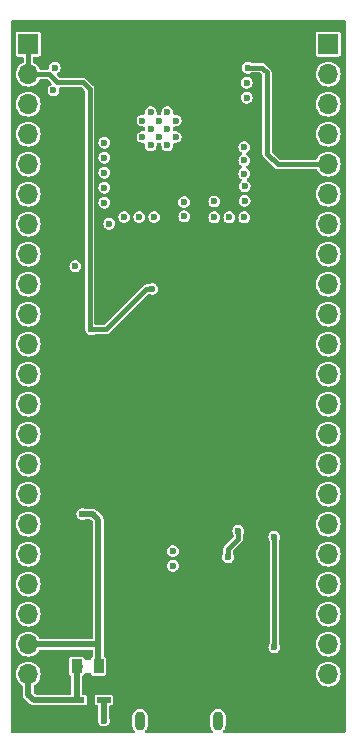
<source format=gbr>
%TF.GenerationSoftware,KiCad,Pcbnew,8.0.8*%
%TF.CreationDate,2025-02-25T12:41:36-05:00*%
%TF.ProjectId,pcb1,70636231-2e6b-4696-9361-645f70636258,rev?*%
%TF.SameCoordinates,Original*%
%TF.FileFunction,Copper,L4,Bot*%
%TF.FilePolarity,Positive*%
%FSLAX46Y46*%
G04 Gerber Fmt 4.6, Leading zero omitted, Abs format (unit mm)*
G04 Created by KiCad (PCBNEW 8.0.8) date 2025-02-25 12:41:36*
%MOMM*%
%LPD*%
G01*
G04 APERTURE LIST*
%TA.AperFunction,ComponentPad*%
%ADD10O,0.900000X1.600000*%
%TD*%
%TA.AperFunction,HeatsinkPad*%
%ADD11C,0.600000*%
%TD*%
%TA.AperFunction,SMDPad,CuDef*%
%ADD12R,1.168400X0.482600*%
%TD*%
%TA.AperFunction,ComponentPad*%
%ADD13R,1.700000X1.700000*%
%TD*%
%TA.AperFunction,ComponentPad*%
%ADD14O,1.700000X1.700000*%
%TD*%
%TA.AperFunction,SMDPad,CuDef*%
%ADD15R,0.863600X1.244600*%
%TD*%
%TA.AperFunction,ViaPad*%
%ADD16C,0.600000*%
%TD*%
%TA.AperFunction,Conductor*%
%ADD17C,0.381000*%
%TD*%
%TA.AperFunction,Conductor*%
%ADD18C,0.508000*%
%TD*%
G04 APERTURE END LIST*
D10*
%TO.P,J1,6,Shield*%
%TO.N,GND*%
X111060000Y-97930000D03*
X117660000Y-97930000D03*
%TD*%
D11*
%TO.P,U1,41,GND*%
%TO.N,GND*%
X111273000Y-47099000D03*
X111273000Y-48499000D03*
X111973000Y-46399000D03*
X111973000Y-47799000D03*
X111973000Y-49199000D03*
X112673000Y-47099000D03*
X112673000Y-48499000D03*
X113373000Y-46399000D03*
X113373000Y-47799000D03*
X113373000Y-49199000D03*
X114073000Y-47099000D03*
X114073000Y-48499000D03*
%TD*%
D12*
%TO.P,D1,1,K*%
%TO.N,VBUS*%
X108000800Y-96164400D03*
%TO.P,D1,2,A*%
%TO.N,GND*%
X105765600Y-96164400D03*
%TD*%
D13*
%TO.P,J3,1,Pin_1*%
%TO.N,GND*%
X127000000Y-40640000D03*
D14*
%TO.P,J3,2,Pin_2*%
%TO.N,/U0TXD*%
X127000000Y-43180000D03*
%TO.P,J3,3,Pin_3*%
%TO.N,/U0RXD*%
X127000000Y-45720000D03*
%TO.P,J3,4,Pin_4*%
%TO.N,/GPIO1*%
X127000000Y-48260000D03*
%TO.P,J3,5,Pin_5*%
%TO.N,/GPIO2*%
X127000000Y-50800000D03*
%TO.P,J3,6,Pin_6*%
%TO.N,/GPIO42*%
X127000000Y-53340000D03*
%TO.P,J3,7,Pin_7*%
%TO.N,/GPIO41*%
X127000000Y-55880000D03*
%TO.P,J3,8,Pin_8*%
%TO.N,/GPIO40*%
X127000000Y-58420000D03*
%TO.P,J3,9,Pin_9*%
%TO.N,/GPIO39*%
X127000000Y-60960000D03*
%TO.P,J3,10,Pin_10*%
%TO.N,/GPIO38*%
X127000000Y-63500000D03*
%TO.P,J3,11,Pin_11*%
%TO.N,/GPIO37*%
X127000000Y-66040000D03*
%TO.P,J3,12,Pin_12*%
%TO.N,/GPIO36*%
X127000000Y-68580000D03*
%TO.P,J3,13,Pin_13*%
%TO.N,/GPIO35*%
X127000000Y-71120000D03*
%TO.P,J3,14,Pin_14*%
%TO.N,/GPIO0*%
X127000000Y-73660000D03*
%TO.P,J3,15,Pin_15*%
%TO.N,/GPIO45*%
X127000000Y-76200000D03*
%TO.P,J3,16,Pin_16*%
%TO.N,/GPIO48*%
X127000000Y-78740000D03*
%TO.P,J3,17,Pin_17*%
%TO.N,/GPIO47*%
X127000000Y-81280000D03*
%TO.P,J3,18,Pin_18*%
%TO.N,/GPIO21*%
X127000000Y-83820000D03*
%TO.P,J3,19,Pin_19*%
%TO.N,/GPIO20*%
X127000000Y-86360000D03*
%TO.P,J3,20,Pin_20*%
%TO.N,/GPIO19*%
X127000000Y-88900000D03*
%TO.P,J3,21,Pin_21*%
%TO.N,GND*%
X127000000Y-91440000D03*
%TO.P,J3,22,Pin_22*%
X127000000Y-93980000D03*
%TD*%
D13*
%TO.P,J2,1,Pin_1*%
%TO.N,ESP_3V3*%
X101600000Y-40640000D03*
D14*
%TO.P,J2,2,Pin_2*%
X101600000Y-43180000D03*
%TO.P,J2,3,Pin_3*%
%TO.N,/CHIP_PU*%
X101600000Y-45720000D03*
%TO.P,J2,4,Pin_4*%
%TO.N,/GPIO4*%
X101600000Y-48260000D03*
%TO.P,J2,5,Pin_5*%
%TO.N,/GPIO5*%
X101600000Y-50800000D03*
%TO.P,J2,6,Pin_6*%
%TO.N,/GPIO6*%
X101600000Y-53340000D03*
%TO.P,J2,7,Pin_7*%
%TO.N,/GPIO7*%
X101600000Y-55880000D03*
%TO.P,J2,8,Pin_8*%
%TO.N,/GPIO15*%
X101600000Y-58420000D03*
%TO.P,J2,9,Pin_9*%
%TO.N,/GPIO16*%
X101600000Y-60960000D03*
%TO.P,J2,10,Pin_10*%
%TO.N,/GPIO17*%
X101600000Y-63500000D03*
%TO.P,J2,11,Pin_11*%
%TO.N,/GPIO18*%
X101600000Y-66040000D03*
%TO.P,J2,12,Pin_12*%
%TO.N,/GPIO8*%
X101600000Y-68580000D03*
%TO.P,J2,13,Pin_13*%
%TO.N,/GPIO3*%
X101600000Y-71120000D03*
%TO.P,J2,14,Pin_14*%
%TO.N,/GPIO46*%
X101600000Y-73660000D03*
%TO.P,J2,15,Pin_15*%
%TO.N,/GPIO9*%
X101600000Y-76200000D03*
%TO.P,J2,16,Pin_16*%
%TO.N,/GPIO10*%
X101600000Y-78740000D03*
%TO.P,J2,17,Pin_17*%
%TO.N,/GPIO11*%
X101600000Y-81280000D03*
%TO.P,J2,18,Pin_18*%
%TO.N,/GPIO12*%
X101600000Y-83820000D03*
%TO.P,J2,19,Pin_19*%
%TO.N,/GPIO13*%
X101600000Y-86360000D03*
%TO.P,J2,20,Pin_20*%
%TO.N,/GPIO14*%
X101600000Y-88900000D03*
%TO.P,J2,21,Pin_21*%
%TO.N,VCC_5V*%
X101600000Y-91440000D03*
%TO.P,J2,22,Pin_22*%
%TO.N,GND*%
X101600000Y-93980000D03*
%TD*%
D15*
%TO.P,C11,1*%
%TO.N,VCC_5V*%
X107556300Y-93319600D03*
%TO.P,C11,2*%
%TO.N,GND*%
X105702100Y-93319600D03*
%TD*%
D16*
%TO.N,VCC_5V*%
X106172000Y-80416400D03*
%TO.N,+3V3*%
X113850000Y-86100000D03*
X109450000Y-72050000D03*
X116700000Y-81000000D03*
X115740500Y-70250000D03*
%TO.N,/CHIP_PU*%
X105592500Y-59438008D03*
X103835200Y-42621200D03*
%TO.N,VBUS*%
X108000000Y-97900000D03*
%TO.N,/GPIO17*%
X108051600Y-51509000D03*
%TO.N,/GPIO10*%
X110998000Y-55270400D03*
%TO.N,/GPIO13*%
X114808000Y-55219600D03*
%TO.N,ESP_3V3*%
X106934000Y-64770000D03*
X112115600Y-61366400D03*
%TO.N,/GPIO18*%
X108051600Y-52779000D03*
%TO.N,/GPIO16*%
X108051600Y-50239000D03*
%TO.N,/GPIO14*%
X117348000Y-53949600D03*
%TO.N,/GPIO12*%
X114800000Y-54000000D03*
%TO.N,/GPIO46*%
X108458000Y-55829200D03*
%TO.N,/GPIO9*%
X109728000Y-55270400D03*
%TO.N,/GPIO15*%
X108051600Y-48969000D03*
%TO.N,/GPIO8*%
X108051600Y-54049000D03*
%TO.N,/GPIO11*%
X112268000Y-55270400D03*
%TO.N,/GPIO4*%
X103739258Y-44557258D03*
%TO.N,/GPIO2*%
X120190600Y-42619000D03*
%TO.N,/GPIO38*%
X119888000Y-49352200D03*
%TO.N,/GPIO36*%
X119888000Y-51587400D03*
%TO.N,/GPIO21*%
X117348000Y-55295800D03*
%TO.N,/GPIO37*%
X119888000Y-50469800D03*
%TO.N,/GPIO35*%
X119913400Y-52654200D03*
%TO.N,/U0RXD*%
X113850000Y-83550000D03*
%TO.N,/U0TXD*%
X120091200Y-43891200D03*
%TO.N,/GPIO48*%
X119888000Y-55295800D03*
%TO.N,/GPIO45*%
X119913400Y-53898800D03*
%TO.N,/GPIO47*%
X118618000Y-55295800D03*
%TO.N,/U0TXD*%
X113850000Y-84800000D03*
%TO.N,/U0RXD*%
X120091200Y-45161200D03*
%TO.N,Net-(Q1-B)*%
X122428000Y-91694000D03*
X122428000Y-82346800D03*
%TO.N,Net-(Q1-E)*%
X119380000Y-81838800D03*
X118516400Y-84074000D03*
%TD*%
D17*
%TO.N,/GPIO2*%
X121820000Y-49910000D02*
X122710000Y-50800000D01*
X122710000Y-50800000D02*
X127000000Y-50800000D01*
X121820000Y-43030000D02*
X121820000Y-49910000D01*
X121409000Y-42619000D02*
X121820000Y-43030000D01*
X120190600Y-42619000D02*
X121409000Y-42619000D01*
D18*
%TO.N,VCC_5V*%
X107066400Y-80416400D02*
X106172000Y-80416400D01*
X107543600Y-80893600D02*
X107066400Y-80416400D01*
X107543600Y-91440000D02*
X107543600Y-80893600D01*
X107543600Y-93319600D02*
X107543600Y-91440000D01*
X101600000Y-91440000D02*
X107543600Y-91440000D01*
D17*
%TO.N,GND*%
X105765600Y-93510100D02*
X105956100Y-93319600D01*
X105702100Y-96100900D02*
X105765600Y-96164400D01*
D18*
X105702100Y-93319600D02*
X105702100Y-96100900D01*
X102057200Y-96164400D02*
X105765600Y-96164400D01*
X101600000Y-95707200D02*
X102057200Y-96164400D01*
X101600000Y-93980000D02*
X101600000Y-95707200D01*
%TO.N,VBUS*%
X108000800Y-97899200D02*
X108000800Y-96164400D01*
X108000000Y-97900000D02*
X108000800Y-97899200D01*
D17*
%TO.N,ESP_3V3*%
X106790000Y-64626000D02*
X106790000Y-44407600D01*
X106934000Y-64770000D02*
X108204000Y-64770000D01*
X106249158Y-43866758D02*
X104064758Y-43866758D01*
X108204000Y-64770000D02*
X111607600Y-61366400D01*
X104064758Y-43866758D02*
X103378000Y-43180000D01*
X101600000Y-40640000D02*
X101600000Y-43180000D01*
X106934000Y-64770000D02*
X106790000Y-64626000D01*
X103378000Y-43180000D02*
X101600000Y-43180000D01*
X111607600Y-61366400D02*
X112115600Y-61366400D01*
X106790000Y-44407600D02*
X106249158Y-43866758D01*
%TO.N,Net-(Q1-B)*%
X122428000Y-91694000D02*
X122428000Y-82346800D01*
%TO.N,Net-(Q1-E)*%
X118516400Y-83362800D02*
X118516400Y-84074000D01*
X119380000Y-81838800D02*
X119380000Y-82499200D01*
X119380000Y-82499200D02*
X118516400Y-83362800D01*
%TD*%
%TA.AperFunction,Conductor*%
%TO.N,+3V3*%
G36*
X128423739Y-38608685D02*
G01*
X128469494Y-38661489D01*
X128480700Y-38713000D01*
X128480700Y-98816500D01*
X128461015Y-98883539D01*
X128408211Y-98929294D01*
X128356700Y-98940500D01*
X118218808Y-98940500D01*
X118151769Y-98920815D01*
X118106014Y-98868011D01*
X118096070Y-98798853D01*
X118125095Y-98735297D01*
X118131127Y-98728819D01*
X118165273Y-98694672D01*
X118165276Y-98694669D01*
X118236465Y-98588127D01*
X118285501Y-98469744D01*
X118299275Y-98400499D01*
X118310500Y-98344071D01*
X118310500Y-97515928D01*
X118285502Y-97390261D01*
X118285501Y-97390260D01*
X118285501Y-97390256D01*
X118236465Y-97271873D01*
X118236464Y-97271872D01*
X118236461Y-97271866D01*
X118165276Y-97165331D01*
X118165273Y-97165327D01*
X118074672Y-97074726D01*
X118074668Y-97074723D01*
X117968133Y-97003538D01*
X117968124Y-97003533D01*
X117849744Y-96954499D01*
X117849738Y-96954497D01*
X117724071Y-96929500D01*
X117724069Y-96929500D01*
X117595931Y-96929500D01*
X117595929Y-96929500D01*
X117470261Y-96954497D01*
X117470255Y-96954499D01*
X117351875Y-97003533D01*
X117351866Y-97003538D01*
X117245331Y-97074723D01*
X117245327Y-97074726D01*
X117154726Y-97165327D01*
X117154723Y-97165331D01*
X117083538Y-97271866D01*
X117083533Y-97271875D01*
X117034499Y-97390255D01*
X117034497Y-97390261D01*
X117009500Y-97515928D01*
X117009500Y-97515931D01*
X117009500Y-98344069D01*
X117009500Y-98344071D01*
X117009499Y-98344071D01*
X117034497Y-98469738D01*
X117034499Y-98469744D01*
X117083533Y-98588124D01*
X117083538Y-98588133D01*
X117154723Y-98694668D01*
X117154726Y-98694672D01*
X117188873Y-98728819D01*
X117222358Y-98790142D01*
X117217374Y-98859834D01*
X117175502Y-98915767D01*
X117110038Y-98940184D01*
X117101192Y-98940500D01*
X111618808Y-98940500D01*
X111551769Y-98920815D01*
X111506014Y-98868011D01*
X111496070Y-98798853D01*
X111525095Y-98735297D01*
X111531127Y-98728819D01*
X111565273Y-98694672D01*
X111565276Y-98694669D01*
X111636465Y-98588127D01*
X111685501Y-98469744D01*
X111699275Y-98400499D01*
X111710500Y-98344071D01*
X111710500Y-97515928D01*
X111685502Y-97390261D01*
X111685501Y-97390260D01*
X111685501Y-97390256D01*
X111636465Y-97271873D01*
X111636464Y-97271872D01*
X111636461Y-97271866D01*
X111565276Y-97165331D01*
X111565273Y-97165327D01*
X111474672Y-97074726D01*
X111474668Y-97074723D01*
X111368133Y-97003538D01*
X111368124Y-97003533D01*
X111249744Y-96954499D01*
X111249738Y-96954497D01*
X111124071Y-96929500D01*
X111124069Y-96929500D01*
X110995931Y-96929500D01*
X110995929Y-96929500D01*
X110870261Y-96954497D01*
X110870255Y-96954499D01*
X110751875Y-97003533D01*
X110751866Y-97003538D01*
X110645331Y-97074723D01*
X110645327Y-97074726D01*
X110554726Y-97165327D01*
X110554723Y-97165331D01*
X110483538Y-97271866D01*
X110483533Y-97271875D01*
X110434499Y-97390255D01*
X110434497Y-97390261D01*
X110409500Y-97515928D01*
X110409500Y-97515931D01*
X110409500Y-98344069D01*
X110409500Y-98344071D01*
X110409499Y-98344071D01*
X110434497Y-98469738D01*
X110434499Y-98469744D01*
X110483533Y-98588124D01*
X110483538Y-98588133D01*
X110554723Y-98694668D01*
X110554726Y-98694672D01*
X110588873Y-98728819D01*
X110622358Y-98790142D01*
X110617374Y-98859834D01*
X110575502Y-98915767D01*
X110510038Y-98940184D01*
X110501192Y-98940500D01*
X100243300Y-98940500D01*
X100176261Y-98920815D01*
X100130506Y-98868011D01*
X100119300Y-98816500D01*
X100119300Y-91440000D01*
X100544417Y-91440000D01*
X100564699Y-91645932D01*
X100564700Y-91645934D01*
X100624768Y-91843954D01*
X100722315Y-92026450D01*
X100722317Y-92026452D01*
X100853589Y-92186410D01*
X100950209Y-92265702D01*
X101013550Y-92317685D01*
X101196046Y-92415232D01*
X101394066Y-92475300D01*
X101394065Y-92475300D01*
X101412529Y-92477118D01*
X101600000Y-92495583D01*
X101805934Y-92475300D01*
X102003954Y-92415232D01*
X102186450Y-92317685D01*
X102346410Y-92186410D01*
X102477685Y-92026450D01*
X102485544Y-92011746D01*
X102513179Y-91960047D01*
X102562141Y-91910203D01*
X102622537Y-91894500D01*
X106965100Y-91894500D01*
X107032139Y-91914185D01*
X107077894Y-91966989D01*
X107089100Y-92018500D01*
X107089100Y-92413534D01*
X107069415Y-92480573D01*
X107033992Y-92516635D01*
X106979948Y-92552746D01*
X106935633Y-92619068D01*
X106929821Y-92648290D01*
X106897436Y-92710201D01*
X106836721Y-92744776D01*
X106808203Y-92748100D01*
X106450197Y-92748100D01*
X106383158Y-92728415D01*
X106337403Y-92675611D01*
X106328579Y-92648290D01*
X106322767Y-92619069D01*
X106308062Y-92597062D01*
X106278452Y-92552747D01*
X106212130Y-92508432D01*
X106212129Y-92508431D01*
X106153652Y-92496800D01*
X106153648Y-92496800D01*
X105250552Y-92496800D01*
X105250547Y-92496800D01*
X105192070Y-92508431D01*
X105192069Y-92508432D01*
X105125747Y-92552747D01*
X105081432Y-92619069D01*
X105081431Y-92619070D01*
X105069800Y-92677547D01*
X105069800Y-93961652D01*
X105081431Y-94020129D01*
X105081432Y-94020130D01*
X105081433Y-94020131D01*
X105125748Y-94086452D01*
X105192069Y-94130767D01*
X105192071Y-94130767D01*
X105192490Y-94131047D01*
X105237296Y-94184659D01*
X105247600Y-94234150D01*
X105247600Y-95585900D01*
X105227915Y-95652939D01*
X105175111Y-95698694D01*
X105123600Y-95709900D01*
X102296822Y-95709900D01*
X102229783Y-95690215D01*
X102209141Y-95673581D01*
X102090819Y-95555259D01*
X102057334Y-95493936D01*
X102054500Y-95467578D01*
X102054500Y-95002536D01*
X102074185Y-94935497D01*
X102120046Y-94893178D01*
X102186450Y-94857685D01*
X102346410Y-94726410D01*
X102477685Y-94566450D01*
X102575232Y-94383954D01*
X102635300Y-94185934D01*
X102655583Y-93980000D01*
X102635300Y-93774066D01*
X102575232Y-93576046D01*
X102477685Y-93393550D01*
X102425702Y-93330209D01*
X102346410Y-93233589D01*
X102186452Y-93102317D01*
X102186453Y-93102317D01*
X102186450Y-93102315D01*
X102003954Y-93004768D01*
X101805934Y-92944700D01*
X101805932Y-92944699D01*
X101805934Y-92944699D01*
X101600000Y-92924417D01*
X101394067Y-92944699D01*
X101196043Y-93004769D01*
X101085898Y-93063643D01*
X101013550Y-93102315D01*
X101013548Y-93102316D01*
X101013547Y-93102317D01*
X100853589Y-93233589D01*
X100722317Y-93393547D01*
X100624769Y-93576043D01*
X100564699Y-93774067D01*
X100544417Y-93980000D01*
X100564699Y-94185932D01*
X100564700Y-94185934D01*
X100624768Y-94383954D01*
X100722315Y-94566450D01*
X100722317Y-94566452D01*
X100853589Y-94726410D01*
X100984864Y-94834143D01*
X101013546Y-94857682D01*
X101013549Y-94857684D01*
X101013551Y-94857686D01*
X101039253Y-94871423D01*
X101079953Y-94893178D01*
X101129797Y-94942139D01*
X101145500Y-95002536D01*
X101145500Y-95639751D01*
X101145499Y-95639769D01*
X101145499Y-95647364D01*
X101145499Y-95767036D01*
X101148584Y-95778548D01*
X101154522Y-95800708D01*
X101154522Y-95800709D01*
X101176473Y-95882632D01*
X101176474Y-95882633D01*
X101188436Y-95903352D01*
X101236309Y-95986270D01*
X101236311Y-95986272D01*
X101327995Y-96077956D01*
X101328001Y-96077961D01*
X101689168Y-96439128D01*
X101689178Y-96439139D01*
X101693508Y-96443469D01*
X101693509Y-96443470D01*
X101778130Y-96528091D01*
X101881769Y-96587927D01*
X101997364Y-96618900D01*
X101997366Y-96618900D01*
X105825434Y-96618900D01*
X105825436Y-96618900D01*
X105857066Y-96610424D01*
X105889158Y-96606200D01*
X106369550Y-96606200D01*
X106369551Y-96606199D01*
X106384368Y-96603252D01*
X106428029Y-96594568D01*
X106428029Y-96594567D01*
X106428031Y-96594567D01*
X106494352Y-96550252D01*
X106538667Y-96483931D01*
X106538667Y-96483929D01*
X106538668Y-96483929D01*
X106550299Y-96425452D01*
X106550300Y-96425450D01*
X106550300Y-95903349D01*
X106550299Y-95903347D01*
X107216100Y-95903347D01*
X107216100Y-96425452D01*
X107227731Y-96483929D01*
X107227732Y-96483930D01*
X107272047Y-96550252D01*
X107338369Y-96594567D01*
X107338370Y-96594568D01*
X107396847Y-96606199D01*
X107396850Y-96606200D01*
X107396852Y-96606200D01*
X107422300Y-96606200D01*
X107489339Y-96625885D01*
X107535094Y-96678689D01*
X107546300Y-96730200D01*
X107546300Y-97661670D01*
X107535094Y-97713181D01*
X107514835Y-97757541D01*
X107514834Y-97757542D01*
X107494353Y-97900000D01*
X107514834Y-98042456D01*
X107574622Y-98173371D01*
X107574623Y-98173373D01*
X107668872Y-98282143D01*
X107789947Y-98359953D01*
X107789950Y-98359954D01*
X107789949Y-98359954D01*
X107928036Y-98400499D01*
X107928038Y-98400500D01*
X107928039Y-98400500D01*
X108071962Y-98400500D01*
X108071962Y-98400499D01*
X108210053Y-98359953D01*
X108331128Y-98282143D01*
X108425377Y-98173373D01*
X108485165Y-98042457D01*
X108505647Y-97900000D01*
X108485165Y-97757543D01*
X108466506Y-97716685D01*
X108455300Y-97665173D01*
X108455300Y-96730200D01*
X108474985Y-96663161D01*
X108527789Y-96617406D01*
X108579300Y-96606200D01*
X108604750Y-96606200D01*
X108604751Y-96606199D01*
X108619568Y-96603252D01*
X108663229Y-96594568D01*
X108663229Y-96594567D01*
X108663231Y-96594567D01*
X108729552Y-96550252D01*
X108773867Y-96483931D01*
X108773867Y-96483929D01*
X108773868Y-96483929D01*
X108785499Y-96425452D01*
X108785500Y-96425450D01*
X108785500Y-95903349D01*
X108785499Y-95903347D01*
X108773868Y-95844870D01*
X108773867Y-95844869D01*
X108729552Y-95778547D01*
X108663230Y-95734232D01*
X108663229Y-95734231D01*
X108604752Y-95722600D01*
X108604748Y-95722600D01*
X108124358Y-95722600D01*
X108092266Y-95718375D01*
X108060636Y-95709900D01*
X107940964Y-95709900D01*
X107909333Y-95718375D01*
X107877242Y-95722600D01*
X107396847Y-95722600D01*
X107338370Y-95734231D01*
X107338369Y-95734232D01*
X107272047Y-95778547D01*
X107227732Y-95844869D01*
X107227731Y-95844870D01*
X107216100Y-95903347D01*
X106550299Y-95903347D01*
X106538668Y-95844870D01*
X106538667Y-95844869D01*
X106494352Y-95778547D01*
X106428030Y-95734232D01*
X106428029Y-95734231D01*
X106369552Y-95722600D01*
X106369548Y-95722600D01*
X106280600Y-95722600D01*
X106213561Y-95702915D01*
X106167806Y-95650111D01*
X106156600Y-95598600D01*
X106156600Y-94234150D01*
X106176285Y-94167111D01*
X106211710Y-94131047D01*
X106212128Y-94130767D01*
X106212131Y-94130767D01*
X106278452Y-94086452D01*
X106322767Y-94020131D01*
X106328579Y-93990908D01*
X106360964Y-93928999D01*
X106421679Y-93894424D01*
X106450197Y-93891100D01*
X106808203Y-93891100D01*
X106875242Y-93910785D01*
X106920997Y-93963589D01*
X106929821Y-93990910D01*
X106935633Y-94020131D01*
X106979947Y-94086452D01*
X107046269Y-94130767D01*
X107046270Y-94130768D01*
X107104747Y-94142399D01*
X107104750Y-94142400D01*
X107104752Y-94142400D01*
X108007850Y-94142400D01*
X108007851Y-94142399D01*
X108022668Y-94139452D01*
X108066329Y-94130768D01*
X108066329Y-94130767D01*
X108066331Y-94130767D01*
X108132652Y-94086452D01*
X108176967Y-94020131D01*
X108176967Y-94020129D01*
X108176968Y-94020129D01*
X108184950Y-93980000D01*
X125944417Y-93980000D01*
X125964699Y-94185932D01*
X125964700Y-94185934D01*
X126024768Y-94383954D01*
X126122315Y-94566450D01*
X126122317Y-94566452D01*
X126253589Y-94726410D01*
X126350209Y-94805702D01*
X126413550Y-94857685D01*
X126596046Y-94955232D01*
X126794066Y-95015300D01*
X126794065Y-95015300D01*
X126812529Y-95017118D01*
X127000000Y-95035583D01*
X127205934Y-95015300D01*
X127403954Y-94955232D01*
X127586450Y-94857685D01*
X127746410Y-94726410D01*
X127877685Y-94566450D01*
X127975232Y-94383954D01*
X128035300Y-94185934D01*
X128055583Y-93980000D01*
X128035300Y-93774066D01*
X127975232Y-93576046D01*
X127877685Y-93393550D01*
X127825702Y-93330209D01*
X127746410Y-93233589D01*
X127586452Y-93102317D01*
X127586453Y-93102317D01*
X127586450Y-93102315D01*
X127403954Y-93004768D01*
X127205934Y-92944700D01*
X127205932Y-92944699D01*
X127205934Y-92944699D01*
X127000000Y-92924417D01*
X126794067Y-92944699D01*
X126596043Y-93004769D01*
X126485898Y-93063643D01*
X126413550Y-93102315D01*
X126413548Y-93102316D01*
X126413547Y-93102317D01*
X126253589Y-93233589D01*
X126122317Y-93393547D01*
X126024769Y-93576043D01*
X125964699Y-93774067D01*
X125944417Y-93980000D01*
X108184950Y-93980000D01*
X108188599Y-93961652D01*
X108188600Y-93961650D01*
X108188600Y-92677549D01*
X108188599Y-92677547D01*
X108176968Y-92619070D01*
X108176967Y-92619069D01*
X108132652Y-92552747D01*
X108056177Y-92501648D01*
X108058197Y-92498624D01*
X108020231Y-92468018D01*
X107998178Y-92401720D01*
X107998100Y-92397316D01*
X107998100Y-84800000D01*
X113344353Y-84800000D01*
X113364834Y-84942456D01*
X113424622Y-85073371D01*
X113424623Y-85073373D01*
X113518872Y-85182143D01*
X113639947Y-85259953D01*
X113639950Y-85259954D01*
X113639949Y-85259954D01*
X113778036Y-85300499D01*
X113778038Y-85300500D01*
X113778039Y-85300500D01*
X113921962Y-85300500D01*
X113921962Y-85300499D01*
X114060053Y-85259953D01*
X114181128Y-85182143D01*
X114275377Y-85073373D01*
X114335165Y-84942457D01*
X114355647Y-84800000D01*
X114335165Y-84657543D01*
X114275377Y-84526627D01*
X114181128Y-84417857D01*
X114060053Y-84340047D01*
X114060051Y-84340046D01*
X114060049Y-84340045D01*
X114060050Y-84340045D01*
X113921963Y-84299500D01*
X113921961Y-84299500D01*
X113778039Y-84299500D01*
X113778036Y-84299500D01*
X113639949Y-84340045D01*
X113518873Y-84417856D01*
X113424623Y-84526626D01*
X113424622Y-84526628D01*
X113364834Y-84657543D01*
X113344353Y-84800000D01*
X107998100Y-84800000D01*
X107998100Y-84074000D01*
X118010753Y-84074000D01*
X118031234Y-84216456D01*
X118069160Y-84299500D01*
X118091023Y-84347373D01*
X118185272Y-84456143D01*
X118306347Y-84533953D01*
X118306350Y-84533954D01*
X118306349Y-84533954D01*
X118444436Y-84574499D01*
X118444438Y-84574500D01*
X118444439Y-84574500D01*
X118588362Y-84574500D01*
X118588362Y-84574499D01*
X118726453Y-84533953D01*
X118847528Y-84456143D01*
X118941777Y-84347373D01*
X119001565Y-84216457D01*
X119022047Y-84074000D01*
X119001565Y-83931543D01*
X118941777Y-83800627D01*
X118941774Y-83800623D01*
X118937683Y-83795901D01*
X118908661Y-83732344D01*
X118907400Y-83714703D01*
X118907400Y-83576120D01*
X118927085Y-83509081D01*
X118943719Y-83488439D01*
X119309441Y-83122717D01*
X119692878Y-82739280D01*
X119744354Y-82650121D01*
X119771000Y-82550676D01*
X119771000Y-82447724D01*
X119771000Y-82346800D01*
X121922353Y-82346800D01*
X121942834Y-82489256D01*
X121970884Y-82550675D01*
X122002623Y-82620173D01*
X122006710Y-82624890D01*
X122035737Y-82688444D01*
X122037000Y-82706095D01*
X122037000Y-91334703D01*
X122017315Y-91401742D01*
X122006717Y-91415901D01*
X122002625Y-91420623D01*
X122002622Y-91420628D01*
X121942834Y-91551543D01*
X121922353Y-91694000D01*
X121942834Y-91836456D01*
X121999277Y-91960047D01*
X122002623Y-91967373D01*
X122096872Y-92076143D01*
X122217947Y-92153953D01*
X122217950Y-92153954D01*
X122217949Y-92153954D01*
X122356036Y-92194499D01*
X122356038Y-92194500D01*
X122356039Y-92194500D01*
X122499962Y-92194500D01*
X122499962Y-92194499D01*
X122638053Y-92153953D01*
X122759128Y-92076143D01*
X122853377Y-91967373D01*
X122913165Y-91836457D01*
X122933647Y-91694000D01*
X122913165Y-91551543D01*
X122862224Y-91440000D01*
X125944417Y-91440000D01*
X125964699Y-91645932D01*
X125964700Y-91645934D01*
X126024768Y-91843954D01*
X126122315Y-92026450D01*
X126122317Y-92026452D01*
X126253589Y-92186410D01*
X126350209Y-92265702D01*
X126413550Y-92317685D01*
X126596046Y-92415232D01*
X126794066Y-92475300D01*
X126794065Y-92475300D01*
X126812529Y-92477118D01*
X127000000Y-92495583D01*
X127205934Y-92475300D01*
X127403954Y-92415232D01*
X127586450Y-92317685D01*
X127746410Y-92186410D01*
X127877685Y-92026450D01*
X127975232Y-91843954D01*
X128035300Y-91645934D01*
X128055583Y-91440000D01*
X128035300Y-91234066D01*
X127975232Y-91036046D01*
X127877685Y-90853550D01*
X127825702Y-90790209D01*
X127746410Y-90693589D01*
X127586452Y-90562317D01*
X127586453Y-90562317D01*
X127586450Y-90562315D01*
X127403954Y-90464768D01*
X127205934Y-90404700D01*
X127205932Y-90404699D01*
X127205934Y-90404699D01*
X127000000Y-90384417D01*
X126794067Y-90404699D01*
X126596043Y-90464769D01*
X126485898Y-90523643D01*
X126413550Y-90562315D01*
X126413548Y-90562316D01*
X126413547Y-90562317D01*
X126253589Y-90693589D01*
X126122317Y-90853547D01*
X126122315Y-90853550D01*
X126118066Y-90861500D01*
X126024769Y-91036043D01*
X125964699Y-91234067D01*
X125944417Y-91440000D01*
X122862224Y-91440000D01*
X122853377Y-91420627D01*
X122853374Y-91420623D01*
X122849283Y-91415901D01*
X122820261Y-91352344D01*
X122819000Y-91334703D01*
X122819000Y-88900000D01*
X125944417Y-88900000D01*
X125964699Y-89105932D01*
X125964700Y-89105934D01*
X126024768Y-89303954D01*
X126122315Y-89486450D01*
X126122317Y-89486452D01*
X126253589Y-89646410D01*
X126350209Y-89725702D01*
X126413550Y-89777685D01*
X126596046Y-89875232D01*
X126794066Y-89935300D01*
X126794065Y-89935300D01*
X126812529Y-89937118D01*
X127000000Y-89955583D01*
X127205934Y-89935300D01*
X127403954Y-89875232D01*
X127586450Y-89777685D01*
X127746410Y-89646410D01*
X127877685Y-89486450D01*
X127975232Y-89303954D01*
X128035300Y-89105934D01*
X128055583Y-88900000D01*
X128035300Y-88694066D01*
X127975232Y-88496046D01*
X127877685Y-88313550D01*
X127825702Y-88250209D01*
X127746410Y-88153589D01*
X127586452Y-88022317D01*
X127586453Y-88022317D01*
X127586450Y-88022315D01*
X127403954Y-87924768D01*
X127205934Y-87864700D01*
X127205932Y-87864699D01*
X127205934Y-87864699D01*
X127000000Y-87844417D01*
X126794067Y-87864699D01*
X126596043Y-87924769D01*
X126485898Y-87983643D01*
X126413550Y-88022315D01*
X126413548Y-88022316D01*
X126413547Y-88022317D01*
X126253589Y-88153589D01*
X126122317Y-88313547D01*
X126024769Y-88496043D01*
X125964699Y-88694067D01*
X125944417Y-88900000D01*
X122819000Y-88900000D01*
X122819000Y-86360000D01*
X125944417Y-86360000D01*
X125964699Y-86565932D01*
X125964700Y-86565934D01*
X126024768Y-86763954D01*
X126122315Y-86946450D01*
X126122317Y-86946452D01*
X126253589Y-87106410D01*
X126350209Y-87185702D01*
X126413550Y-87237685D01*
X126596046Y-87335232D01*
X126794066Y-87395300D01*
X126794065Y-87395300D01*
X126812529Y-87397118D01*
X127000000Y-87415583D01*
X127205934Y-87395300D01*
X127403954Y-87335232D01*
X127586450Y-87237685D01*
X127746410Y-87106410D01*
X127877685Y-86946450D01*
X127975232Y-86763954D01*
X128035300Y-86565934D01*
X128055583Y-86360000D01*
X128035300Y-86154066D01*
X127975232Y-85956046D01*
X127877685Y-85773550D01*
X127825702Y-85710209D01*
X127746410Y-85613589D01*
X127586452Y-85482317D01*
X127586453Y-85482317D01*
X127586450Y-85482315D01*
X127403954Y-85384768D01*
X127205934Y-85324700D01*
X127205932Y-85324699D01*
X127205934Y-85324699D01*
X127000000Y-85304417D01*
X126794067Y-85324699D01*
X126596043Y-85384769D01*
X126485898Y-85443643D01*
X126413550Y-85482315D01*
X126413548Y-85482316D01*
X126413547Y-85482317D01*
X126253589Y-85613589D01*
X126122317Y-85773547D01*
X126024769Y-85956043D01*
X125964699Y-86154067D01*
X125944417Y-86360000D01*
X122819000Y-86360000D01*
X122819000Y-83820000D01*
X125944417Y-83820000D01*
X125964699Y-84025932D01*
X125972152Y-84050500D01*
X126024768Y-84223954D01*
X126122315Y-84406450D01*
X126156969Y-84448677D01*
X126253589Y-84566410D01*
X126350209Y-84645702D01*
X126413550Y-84697685D01*
X126596046Y-84795232D01*
X126794066Y-84855300D01*
X126794065Y-84855300D01*
X126812529Y-84857118D01*
X127000000Y-84875583D01*
X127205934Y-84855300D01*
X127403954Y-84795232D01*
X127586450Y-84697685D01*
X127746410Y-84566410D01*
X127877685Y-84406450D01*
X127975232Y-84223954D01*
X128035300Y-84025934D01*
X128055583Y-83820000D01*
X128035300Y-83614066D01*
X127975232Y-83416046D01*
X127877685Y-83233550D01*
X127823772Y-83167856D01*
X127746410Y-83073589D01*
X127586452Y-82942317D01*
X127586453Y-82942317D01*
X127586450Y-82942315D01*
X127403954Y-82844768D01*
X127205934Y-82784700D01*
X127205932Y-82784699D01*
X127205934Y-82784699D01*
X127000000Y-82764417D01*
X126794067Y-82784699D01*
X126596043Y-82844769D01*
X126485898Y-82903643D01*
X126413550Y-82942315D01*
X126413548Y-82942316D01*
X126413547Y-82942317D01*
X126253589Y-83073589D01*
X126122317Y-83233547D01*
X126122315Y-83233550D01*
X126099290Y-83276626D01*
X126024769Y-83416043D01*
X125964699Y-83614067D01*
X125944417Y-83820000D01*
X122819000Y-83820000D01*
X122819000Y-82706095D01*
X122838685Y-82639056D01*
X122849286Y-82624893D01*
X122853377Y-82620173D01*
X122913165Y-82489257D01*
X122933647Y-82346800D01*
X122913165Y-82204343D01*
X122853377Y-82073427D01*
X122759128Y-81964657D01*
X122638053Y-81886847D01*
X122638051Y-81886846D01*
X122638049Y-81886845D01*
X122638050Y-81886845D01*
X122499963Y-81846300D01*
X122499961Y-81846300D01*
X122356039Y-81846300D01*
X122356036Y-81846300D01*
X122217949Y-81886845D01*
X122096873Y-81964656D01*
X122002623Y-82073426D01*
X122002622Y-82073428D01*
X121942834Y-82204343D01*
X121922353Y-82346800D01*
X119771000Y-82346800D01*
X119771000Y-82198095D01*
X119790685Y-82131056D01*
X119801286Y-82116893D01*
X119805377Y-82112173D01*
X119865165Y-81981257D01*
X119885647Y-81838800D01*
X119865165Y-81696343D01*
X119805377Y-81565427D01*
X119711128Y-81456657D01*
X119590053Y-81378847D01*
X119590051Y-81378846D01*
X119590049Y-81378845D01*
X119590050Y-81378845D01*
X119451963Y-81338300D01*
X119451961Y-81338300D01*
X119308039Y-81338300D01*
X119308036Y-81338300D01*
X119169949Y-81378845D01*
X119048873Y-81456656D01*
X118954623Y-81565426D01*
X118954622Y-81565428D01*
X118894834Y-81696343D01*
X118874353Y-81838800D01*
X118894834Y-81981256D01*
X118915456Y-82026410D01*
X118954623Y-82112173D01*
X118958710Y-82116890D01*
X118987737Y-82180444D01*
X118989000Y-82198095D01*
X118989000Y-82285880D01*
X118969315Y-82352919D01*
X118952681Y-82373561D01*
X118203524Y-83122717D01*
X118203520Y-83122723D01*
X118152047Y-83211876D01*
X118152046Y-83211878D01*
X118152046Y-83211879D01*
X118138374Y-83262905D01*
X118125400Y-83311324D01*
X118125400Y-83714703D01*
X118105715Y-83781742D01*
X118095117Y-83795901D01*
X118091025Y-83800623D01*
X118091022Y-83800628D01*
X118031234Y-83931543D01*
X118010753Y-84074000D01*
X107998100Y-84074000D01*
X107998100Y-83550000D01*
X113344353Y-83550000D01*
X113364834Y-83692456D01*
X113424622Y-83823371D01*
X113424623Y-83823373D01*
X113518872Y-83932143D01*
X113639947Y-84009953D01*
X113639950Y-84009954D01*
X113639949Y-84009954D01*
X113778036Y-84050499D01*
X113778038Y-84050500D01*
X113778039Y-84050500D01*
X113921962Y-84050500D01*
X113921962Y-84050499D01*
X114060053Y-84009953D01*
X114181128Y-83932143D01*
X114275377Y-83823373D01*
X114335165Y-83692457D01*
X114355647Y-83550000D01*
X114335165Y-83407543D01*
X114275377Y-83276627D01*
X114181128Y-83167857D01*
X114060053Y-83090047D01*
X114060051Y-83090046D01*
X114060049Y-83090045D01*
X114060050Y-83090045D01*
X113921963Y-83049500D01*
X113921961Y-83049500D01*
X113778039Y-83049500D01*
X113778036Y-83049500D01*
X113639949Y-83090045D01*
X113518873Y-83167856D01*
X113424623Y-83276626D01*
X113424622Y-83276628D01*
X113364834Y-83407543D01*
X113344353Y-83550000D01*
X107998100Y-83550000D01*
X107998100Y-81280000D01*
X125944417Y-81280000D01*
X125964699Y-81485932D01*
X125964700Y-81485934D01*
X126024768Y-81683954D01*
X126122315Y-81866450D01*
X126122317Y-81866452D01*
X126253589Y-82026410D01*
X126310882Y-82073428D01*
X126413550Y-82157685D01*
X126596046Y-82255232D01*
X126794066Y-82315300D01*
X126794065Y-82315300D01*
X126812529Y-82317118D01*
X127000000Y-82335583D01*
X127205934Y-82315300D01*
X127403954Y-82255232D01*
X127586450Y-82157685D01*
X127746410Y-82026410D01*
X127877685Y-81866450D01*
X127975232Y-81683954D01*
X128035300Y-81485934D01*
X128055583Y-81280000D01*
X128035300Y-81074066D01*
X127975232Y-80876046D01*
X127877685Y-80693550D01*
X127812835Y-80614530D01*
X127746410Y-80533589D01*
X127628677Y-80436969D01*
X127586450Y-80402315D01*
X127403954Y-80304768D01*
X127205934Y-80244700D01*
X127205932Y-80244699D01*
X127205934Y-80244699D01*
X127000000Y-80224417D01*
X126794067Y-80244699D01*
X126596043Y-80304769D01*
X126485898Y-80363643D01*
X126413550Y-80402315D01*
X126413548Y-80402316D01*
X126413547Y-80402317D01*
X126253589Y-80533589D01*
X126122317Y-80693547D01*
X126122315Y-80693550D01*
X126109156Y-80718169D01*
X126024769Y-80876043D01*
X125964699Y-81074067D01*
X125944417Y-81280000D01*
X107998100Y-81280000D01*
X107998100Y-80963438D01*
X107998101Y-80963425D01*
X107998101Y-80833765D01*
X107967127Y-80718170D01*
X107967127Y-80718168D01*
X107940744Y-80672472D01*
X107907291Y-80614530D01*
X107822670Y-80529909D01*
X107822669Y-80529908D01*
X107818339Y-80525578D01*
X107818328Y-80525568D01*
X107437161Y-80144401D01*
X107437159Y-80144398D01*
X107345472Y-80052711D01*
X107345466Y-80052706D01*
X107241834Y-79992874D01*
X107241829Y-79992872D01*
X107217403Y-79986326D01*
X107217403Y-79986327D01*
X107171819Y-79974113D01*
X107126236Y-79961899D01*
X107006564Y-79961899D01*
X106998968Y-79961899D01*
X106998952Y-79961900D01*
X106418454Y-79961900D01*
X106383520Y-79956877D01*
X106243963Y-79915900D01*
X106243961Y-79915900D01*
X106100039Y-79915900D01*
X106100036Y-79915900D01*
X105961949Y-79956445D01*
X105840873Y-80034256D01*
X105746623Y-80143026D01*
X105746622Y-80143028D01*
X105686834Y-80273943D01*
X105666353Y-80416400D01*
X105686834Y-80558856D01*
X105746622Y-80689771D01*
X105746623Y-80689773D01*
X105840872Y-80798543D01*
X105961947Y-80876353D01*
X105961950Y-80876354D01*
X105961949Y-80876354D01*
X106100036Y-80916899D01*
X106100038Y-80916900D01*
X106100039Y-80916900D01*
X106243962Y-80916900D01*
X106243962Y-80916899D01*
X106293713Y-80902291D01*
X106383520Y-80875923D01*
X106418454Y-80870900D01*
X106826778Y-80870900D01*
X106893817Y-80890585D01*
X106914459Y-80907219D01*
X107052781Y-81045541D01*
X107086266Y-81106864D01*
X107089100Y-81133222D01*
X107089100Y-90861500D01*
X107069415Y-90928539D01*
X107016611Y-90974294D01*
X106965100Y-90985500D01*
X102622537Y-90985500D01*
X102555498Y-90965815D01*
X102513179Y-90919953D01*
X102477688Y-90853555D01*
X102477684Y-90853549D01*
X102477682Y-90853547D01*
X102454143Y-90824864D01*
X102346410Y-90693589D01*
X102186452Y-90562317D01*
X102186453Y-90562317D01*
X102186450Y-90562315D01*
X102003954Y-90464768D01*
X101805934Y-90404700D01*
X101805932Y-90404699D01*
X101805934Y-90404699D01*
X101600000Y-90384417D01*
X101394067Y-90404699D01*
X101196043Y-90464769D01*
X101085898Y-90523643D01*
X101013550Y-90562315D01*
X101013548Y-90562316D01*
X101013547Y-90562317D01*
X100853589Y-90693589D01*
X100722317Y-90853547D01*
X100722315Y-90853550D01*
X100718066Y-90861500D01*
X100624769Y-91036043D01*
X100564699Y-91234067D01*
X100544417Y-91440000D01*
X100119300Y-91440000D01*
X100119300Y-88900000D01*
X100544417Y-88900000D01*
X100564699Y-89105932D01*
X100564700Y-89105934D01*
X100624768Y-89303954D01*
X100722315Y-89486450D01*
X100722317Y-89486452D01*
X100853589Y-89646410D01*
X100950209Y-89725702D01*
X101013550Y-89777685D01*
X101196046Y-89875232D01*
X101394066Y-89935300D01*
X101394065Y-89935300D01*
X101412529Y-89937118D01*
X101600000Y-89955583D01*
X101805934Y-89935300D01*
X102003954Y-89875232D01*
X102186450Y-89777685D01*
X102346410Y-89646410D01*
X102477685Y-89486450D01*
X102575232Y-89303954D01*
X102635300Y-89105934D01*
X102655583Y-88900000D01*
X102635300Y-88694066D01*
X102575232Y-88496046D01*
X102477685Y-88313550D01*
X102425702Y-88250209D01*
X102346410Y-88153589D01*
X102186452Y-88022317D01*
X102186453Y-88022317D01*
X102186450Y-88022315D01*
X102003954Y-87924768D01*
X101805934Y-87864700D01*
X101805932Y-87864699D01*
X101805934Y-87864699D01*
X101600000Y-87844417D01*
X101394067Y-87864699D01*
X101196043Y-87924769D01*
X101085898Y-87983643D01*
X101013550Y-88022315D01*
X101013548Y-88022316D01*
X101013547Y-88022317D01*
X100853589Y-88153589D01*
X100722317Y-88313547D01*
X100624769Y-88496043D01*
X100564699Y-88694067D01*
X100544417Y-88900000D01*
X100119300Y-88900000D01*
X100119300Y-86360000D01*
X100544417Y-86360000D01*
X100564699Y-86565932D01*
X100564700Y-86565934D01*
X100624768Y-86763954D01*
X100722315Y-86946450D01*
X100722317Y-86946452D01*
X100853589Y-87106410D01*
X100950209Y-87185702D01*
X101013550Y-87237685D01*
X101196046Y-87335232D01*
X101394066Y-87395300D01*
X101394065Y-87395300D01*
X101412529Y-87397118D01*
X101600000Y-87415583D01*
X101805934Y-87395300D01*
X102003954Y-87335232D01*
X102186450Y-87237685D01*
X102346410Y-87106410D01*
X102477685Y-86946450D01*
X102575232Y-86763954D01*
X102635300Y-86565934D01*
X102655583Y-86360000D01*
X102635300Y-86154066D01*
X102575232Y-85956046D01*
X102477685Y-85773550D01*
X102425702Y-85710209D01*
X102346410Y-85613589D01*
X102186452Y-85482317D01*
X102186453Y-85482317D01*
X102186450Y-85482315D01*
X102003954Y-85384768D01*
X101805934Y-85324700D01*
X101805932Y-85324699D01*
X101805934Y-85324699D01*
X101600000Y-85304417D01*
X101394067Y-85324699D01*
X101196043Y-85384769D01*
X101085898Y-85443643D01*
X101013550Y-85482315D01*
X101013548Y-85482316D01*
X101013547Y-85482317D01*
X100853589Y-85613589D01*
X100722317Y-85773547D01*
X100624769Y-85956043D01*
X100564699Y-86154067D01*
X100544417Y-86360000D01*
X100119300Y-86360000D01*
X100119300Y-83820000D01*
X100544417Y-83820000D01*
X100564699Y-84025932D01*
X100572152Y-84050500D01*
X100624768Y-84223954D01*
X100722315Y-84406450D01*
X100756969Y-84448677D01*
X100853589Y-84566410D01*
X100950209Y-84645702D01*
X101013550Y-84697685D01*
X101196046Y-84795232D01*
X101394066Y-84855300D01*
X101394065Y-84855300D01*
X101412529Y-84857118D01*
X101600000Y-84875583D01*
X101805934Y-84855300D01*
X102003954Y-84795232D01*
X102186450Y-84697685D01*
X102346410Y-84566410D01*
X102477685Y-84406450D01*
X102575232Y-84223954D01*
X102635300Y-84025934D01*
X102655583Y-83820000D01*
X102635300Y-83614066D01*
X102575232Y-83416046D01*
X102477685Y-83233550D01*
X102423772Y-83167856D01*
X102346410Y-83073589D01*
X102186452Y-82942317D01*
X102186453Y-82942317D01*
X102186450Y-82942315D01*
X102003954Y-82844768D01*
X101805934Y-82784700D01*
X101805932Y-82784699D01*
X101805934Y-82784699D01*
X101600000Y-82764417D01*
X101394067Y-82784699D01*
X101196043Y-82844769D01*
X101085898Y-82903643D01*
X101013550Y-82942315D01*
X101013548Y-82942316D01*
X101013547Y-82942317D01*
X100853589Y-83073589D01*
X100722317Y-83233547D01*
X100722315Y-83233550D01*
X100699290Y-83276626D01*
X100624769Y-83416043D01*
X100564699Y-83614067D01*
X100544417Y-83820000D01*
X100119300Y-83820000D01*
X100119300Y-81280000D01*
X100544417Y-81280000D01*
X100564699Y-81485932D01*
X100564700Y-81485934D01*
X100624768Y-81683954D01*
X100722315Y-81866450D01*
X100722317Y-81866452D01*
X100853589Y-82026410D01*
X100910882Y-82073428D01*
X101013550Y-82157685D01*
X101196046Y-82255232D01*
X101394066Y-82315300D01*
X101394065Y-82315300D01*
X101412529Y-82317118D01*
X101600000Y-82335583D01*
X101805934Y-82315300D01*
X102003954Y-82255232D01*
X102186450Y-82157685D01*
X102346410Y-82026410D01*
X102477685Y-81866450D01*
X102575232Y-81683954D01*
X102635300Y-81485934D01*
X102655583Y-81280000D01*
X102635300Y-81074066D01*
X102575232Y-80876046D01*
X102477685Y-80693550D01*
X102412835Y-80614530D01*
X102346410Y-80533589D01*
X102228677Y-80436969D01*
X102186450Y-80402315D01*
X102003954Y-80304768D01*
X101805934Y-80244700D01*
X101805932Y-80244699D01*
X101805934Y-80244699D01*
X101600000Y-80224417D01*
X101394067Y-80244699D01*
X101196043Y-80304769D01*
X101085898Y-80363643D01*
X101013550Y-80402315D01*
X101013548Y-80402316D01*
X101013547Y-80402317D01*
X100853589Y-80533589D01*
X100722317Y-80693547D01*
X100722315Y-80693550D01*
X100709156Y-80718169D01*
X100624769Y-80876043D01*
X100564699Y-81074067D01*
X100544417Y-81280000D01*
X100119300Y-81280000D01*
X100119300Y-78740000D01*
X100544417Y-78740000D01*
X100564699Y-78945932D01*
X100564700Y-78945934D01*
X100624768Y-79143954D01*
X100722315Y-79326450D01*
X100722317Y-79326452D01*
X100853589Y-79486410D01*
X100950209Y-79565702D01*
X101013550Y-79617685D01*
X101196046Y-79715232D01*
X101394066Y-79775300D01*
X101394065Y-79775300D01*
X101412529Y-79777118D01*
X101600000Y-79795583D01*
X101805934Y-79775300D01*
X102003954Y-79715232D01*
X102186450Y-79617685D01*
X102346410Y-79486410D01*
X102477685Y-79326450D01*
X102575232Y-79143954D01*
X102635300Y-78945934D01*
X102655583Y-78740000D01*
X125944417Y-78740000D01*
X125964699Y-78945932D01*
X125964700Y-78945934D01*
X126024768Y-79143954D01*
X126122315Y-79326450D01*
X126122317Y-79326452D01*
X126253589Y-79486410D01*
X126350209Y-79565702D01*
X126413550Y-79617685D01*
X126596046Y-79715232D01*
X126794066Y-79775300D01*
X126794065Y-79775300D01*
X126812529Y-79777118D01*
X127000000Y-79795583D01*
X127205934Y-79775300D01*
X127403954Y-79715232D01*
X127586450Y-79617685D01*
X127746410Y-79486410D01*
X127877685Y-79326450D01*
X127975232Y-79143954D01*
X128035300Y-78945934D01*
X128055583Y-78740000D01*
X128035300Y-78534066D01*
X127975232Y-78336046D01*
X127877685Y-78153550D01*
X127825702Y-78090209D01*
X127746410Y-77993589D01*
X127586452Y-77862317D01*
X127586453Y-77862317D01*
X127586450Y-77862315D01*
X127403954Y-77764768D01*
X127205934Y-77704700D01*
X127205932Y-77704699D01*
X127205934Y-77704699D01*
X127000000Y-77684417D01*
X126794067Y-77704699D01*
X126596043Y-77764769D01*
X126485898Y-77823643D01*
X126413550Y-77862315D01*
X126413548Y-77862316D01*
X126413547Y-77862317D01*
X126253589Y-77993589D01*
X126122317Y-78153547D01*
X126024769Y-78336043D01*
X125964699Y-78534067D01*
X125944417Y-78740000D01*
X102655583Y-78740000D01*
X102635300Y-78534066D01*
X102575232Y-78336046D01*
X102477685Y-78153550D01*
X102425702Y-78090209D01*
X102346410Y-77993589D01*
X102186452Y-77862317D01*
X102186453Y-77862317D01*
X102186450Y-77862315D01*
X102003954Y-77764768D01*
X101805934Y-77704700D01*
X101805932Y-77704699D01*
X101805934Y-77704699D01*
X101600000Y-77684417D01*
X101394067Y-77704699D01*
X101196043Y-77764769D01*
X101085898Y-77823643D01*
X101013550Y-77862315D01*
X101013548Y-77862316D01*
X101013547Y-77862317D01*
X100853589Y-77993589D01*
X100722317Y-78153547D01*
X100624769Y-78336043D01*
X100564699Y-78534067D01*
X100544417Y-78740000D01*
X100119300Y-78740000D01*
X100119300Y-76200000D01*
X100544417Y-76200000D01*
X100564699Y-76405932D01*
X100564700Y-76405934D01*
X100624768Y-76603954D01*
X100722315Y-76786450D01*
X100722317Y-76786452D01*
X100853589Y-76946410D01*
X100950209Y-77025702D01*
X101013550Y-77077685D01*
X101196046Y-77175232D01*
X101394066Y-77235300D01*
X101394065Y-77235300D01*
X101412529Y-77237118D01*
X101600000Y-77255583D01*
X101805934Y-77235300D01*
X102003954Y-77175232D01*
X102186450Y-77077685D01*
X102346410Y-76946410D01*
X102477685Y-76786450D01*
X102575232Y-76603954D01*
X102635300Y-76405934D01*
X102655583Y-76200000D01*
X125944417Y-76200000D01*
X125964699Y-76405932D01*
X125964700Y-76405934D01*
X126024768Y-76603954D01*
X126122315Y-76786450D01*
X126122317Y-76786452D01*
X126253589Y-76946410D01*
X126350209Y-77025702D01*
X126413550Y-77077685D01*
X126596046Y-77175232D01*
X126794066Y-77235300D01*
X126794065Y-77235300D01*
X126812529Y-77237118D01*
X127000000Y-77255583D01*
X127205934Y-77235300D01*
X127403954Y-77175232D01*
X127586450Y-77077685D01*
X127746410Y-76946410D01*
X127877685Y-76786450D01*
X127975232Y-76603954D01*
X128035300Y-76405934D01*
X128055583Y-76200000D01*
X128035300Y-75994066D01*
X127975232Y-75796046D01*
X127877685Y-75613550D01*
X127825702Y-75550209D01*
X127746410Y-75453589D01*
X127586452Y-75322317D01*
X127586453Y-75322317D01*
X127586450Y-75322315D01*
X127403954Y-75224768D01*
X127205934Y-75164700D01*
X127205932Y-75164699D01*
X127205934Y-75164699D01*
X127000000Y-75144417D01*
X126794067Y-75164699D01*
X126596043Y-75224769D01*
X126485898Y-75283643D01*
X126413550Y-75322315D01*
X126413548Y-75322316D01*
X126413547Y-75322317D01*
X126253589Y-75453589D01*
X126122317Y-75613547D01*
X126024769Y-75796043D01*
X125964699Y-75994067D01*
X125944417Y-76200000D01*
X102655583Y-76200000D01*
X102635300Y-75994066D01*
X102575232Y-75796046D01*
X102477685Y-75613550D01*
X102425702Y-75550209D01*
X102346410Y-75453589D01*
X102186452Y-75322317D01*
X102186453Y-75322317D01*
X102186450Y-75322315D01*
X102003954Y-75224768D01*
X101805934Y-75164700D01*
X101805932Y-75164699D01*
X101805934Y-75164699D01*
X101600000Y-75144417D01*
X101394067Y-75164699D01*
X101196043Y-75224769D01*
X101085898Y-75283643D01*
X101013550Y-75322315D01*
X101013548Y-75322316D01*
X101013547Y-75322317D01*
X100853589Y-75453589D01*
X100722317Y-75613547D01*
X100624769Y-75796043D01*
X100564699Y-75994067D01*
X100544417Y-76200000D01*
X100119300Y-76200000D01*
X100119300Y-73660000D01*
X100544417Y-73660000D01*
X100564699Y-73865932D01*
X100564700Y-73865934D01*
X100624768Y-74063954D01*
X100722315Y-74246450D01*
X100722317Y-74246452D01*
X100853589Y-74406410D01*
X100950209Y-74485702D01*
X101013550Y-74537685D01*
X101196046Y-74635232D01*
X101394066Y-74695300D01*
X101394065Y-74695300D01*
X101412529Y-74697118D01*
X101600000Y-74715583D01*
X101805934Y-74695300D01*
X102003954Y-74635232D01*
X102186450Y-74537685D01*
X102346410Y-74406410D01*
X102477685Y-74246450D01*
X102575232Y-74063954D01*
X102635300Y-73865934D01*
X102655583Y-73660000D01*
X125944417Y-73660000D01*
X125964699Y-73865932D01*
X125964700Y-73865934D01*
X126024768Y-74063954D01*
X126122315Y-74246450D01*
X126122317Y-74246452D01*
X126253589Y-74406410D01*
X126350209Y-74485702D01*
X126413550Y-74537685D01*
X126596046Y-74635232D01*
X126794066Y-74695300D01*
X126794065Y-74695300D01*
X126812529Y-74697118D01*
X127000000Y-74715583D01*
X127205934Y-74695300D01*
X127403954Y-74635232D01*
X127586450Y-74537685D01*
X127746410Y-74406410D01*
X127877685Y-74246450D01*
X127975232Y-74063954D01*
X128035300Y-73865934D01*
X128055583Y-73660000D01*
X128035300Y-73454066D01*
X127975232Y-73256046D01*
X127877685Y-73073550D01*
X127825702Y-73010209D01*
X127746410Y-72913589D01*
X127586452Y-72782317D01*
X127586453Y-72782317D01*
X127586450Y-72782315D01*
X127403954Y-72684768D01*
X127205934Y-72624700D01*
X127205932Y-72624699D01*
X127205934Y-72624699D01*
X127000000Y-72604417D01*
X126794067Y-72624699D01*
X126596043Y-72684769D01*
X126485898Y-72743643D01*
X126413550Y-72782315D01*
X126413548Y-72782316D01*
X126413547Y-72782317D01*
X126253589Y-72913589D01*
X126122317Y-73073547D01*
X126024769Y-73256043D01*
X125964699Y-73454067D01*
X125944417Y-73660000D01*
X102655583Y-73660000D01*
X102635300Y-73454066D01*
X102575232Y-73256046D01*
X102477685Y-73073550D01*
X102425702Y-73010209D01*
X102346410Y-72913589D01*
X102186452Y-72782317D01*
X102186453Y-72782317D01*
X102186450Y-72782315D01*
X102003954Y-72684768D01*
X101805934Y-72624700D01*
X101805932Y-72624699D01*
X101805934Y-72624699D01*
X101600000Y-72604417D01*
X101394067Y-72624699D01*
X101196043Y-72684769D01*
X101085898Y-72743643D01*
X101013550Y-72782315D01*
X101013548Y-72782316D01*
X101013547Y-72782317D01*
X100853589Y-72913589D01*
X100722317Y-73073547D01*
X100624769Y-73256043D01*
X100564699Y-73454067D01*
X100544417Y-73660000D01*
X100119300Y-73660000D01*
X100119300Y-71120000D01*
X100544417Y-71120000D01*
X100564699Y-71325932D01*
X100564700Y-71325934D01*
X100624768Y-71523954D01*
X100722315Y-71706450D01*
X100722317Y-71706452D01*
X100853589Y-71866410D01*
X100950209Y-71945702D01*
X101013550Y-71997685D01*
X101196046Y-72095232D01*
X101394066Y-72155300D01*
X101394065Y-72155300D01*
X101412529Y-72157118D01*
X101600000Y-72175583D01*
X101805934Y-72155300D01*
X102003954Y-72095232D01*
X102186450Y-71997685D01*
X102346410Y-71866410D01*
X102477685Y-71706450D01*
X102575232Y-71523954D01*
X102635300Y-71325934D01*
X102655583Y-71120000D01*
X125944417Y-71120000D01*
X125964699Y-71325932D01*
X125964700Y-71325934D01*
X126024768Y-71523954D01*
X126122315Y-71706450D01*
X126122317Y-71706452D01*
X126253589Y-71866410D01*
X126350209Y-71945702D01*
X126413550Y-71997685D01*
X126596046Y-72095232D01*
X126794066Y-72155300D01*
X126794065Y-72155300D01*
X126812529Y-72157118D01*
X127000000Y-72175583D01*
X127205934Y-72155300D01*
X127403954Y-72095232D01*
X127586450Y-71997685D01*
X127746410Y-71866410D01*
X127877685Y-71706450D01*
X127975232Y-71523954D01*
X128035300Y-71325934D01*
X128055583Y-71120000D01*
X128035300Y-70914066D01*
X127975232Y-70716046D01*
X127877685Y-70533550D01*
X127825702Y-70470209D01*
X127746410Y-70373589D01*
X127586452Y-70242317D01*
X127586453Y-70242317D01*
X127586450Y-70242315D01*
X127403954Y-70144768D01*
X127205934Y-70084700D01*
X127205932Y-70084699D01*
X127205934Y-70084699D01*
X127000000Y-70064417D01*
X126794067Y-70084699D01*
X126596043Y-70144769D01*
X126485898Y-70203643D01*
X126413550Y-70242315D01*
X126413548Y-70242316D01*
X126413547Y-70242317D01*
X126253589Y-70373589D01*
X126122317Y-70533547D01*
X126024769Y-70716043D01*
X125964699Y-70914067D01*
X125944417Y-71120000D01*
X102655583Y-71120000D01*
X102635300Y-70914066D01*
X102575232Y-70716046D01*
X102477685Y-70533550D01*
X102425702Y-70470209D01*
X102346410Y-70373589D01*
X102186452Y-70242317D01*
X102186453Y-70242317D01*
X102186450Y-70242315D01*
X102003954Y-70144768D01*
X101805934Y-70084700D01*
X101805932Y-70084699D01*
X101805934Y-70084699D01*
X101600000Y-70064417D01*
X101394067Y-70084699D01*
X101196043Y-70144769D01*
X101085898Y-70203643D01*
X101013550Y-70242315D01*
X101013548Y-70242316D01*
X101013547Y-70242317D01*
X100853589Y-70373589D01*
X100722317Y-70533547D01*
X100624769Y-70716043D01*
X100564699Y-70914067D01*
X100544417Y-71120000D01*
X100119300Y-71120000D01*
X100119300Y-68580000D01*
X100544417Y-68580000D01*
X100564699Y-68785932D01*
X100564700Y-68785934D01*
X100624768Y-68983954D01*
X100722315Y-69166450D01*
X100722317Y-69166452D01*
X100853589Y-69326410D01*
X100950209Y-69405702D01*
X101013550Y-69457685D01*
X101196046Y-69555232D01*
X101394066Y-69615300D01*
X101394065Y-69615300D01*
X101412529Y-69617118D01*
X101600000Y-69635583D01*
X101805934Y-69615300D01*
X102003954Y-69555232D01*
X102186450Y-69457685D01*
X102346410Y-69326410D01*
X102477685Y-69166450D01*
X102575232Y-68983954D01*
X102635300Y-68785934D01*
X102655583Y-68580000D01*
X125944417Y-68580000D01*
X125964699Y-68785932D01*
X125964700Y-68785934D01*
X126024768Y-68983954D01*
X126122315Y-69166450D01*
X126122317Y-69166452D01*
X126253589Y-69326410D01*
X126350209Y-69405702D01*
X126413550Y-69457685D01*
X126596046Y-69555232D01*
X126794066Y-69615300D01*
X126794065Y-69615300D01*
X126812529Y-69617118D01*
X127000000Y-69635583D01*
X127205934Y-69615300D01*
X127403954Y-69555232D01*
X127586450Y-69457685D01*
X127746410Y-69326410D01*
X127877685Y-69166450D01*
X127975232Y-68983954D01*
X128035300Y-68785934D01*
X128055583Y-68580000D01*
X128035300Y-68374066D01*
X127975232Y-68176046D01*
X127877685Y-67993550D01*
X127825702Y-67930209D01*
X127746410Y-67833589D01*
X127586452Y-67702317D01*
X127586453Y-67702317D01*
X127586450Y-67702315D01*
X127403954Y-67604768D01*
X127205934Y-67544700D01*
X127205932Y-67544699D01*
X127205934Y-67544699D01*
X127000000Y-67524417D01*
X126794067Y-67544699D01*
X126596043Y-67604769D01*
X126485898Y-67663643D01*
X126413550Y-67702315D01*
X126413548Y-67702316D01*
X126413547Y-67702317D01*
X126253589Y-67833589D01*
X126122317Y-67993547D01*
X126024769Y-68176043D01*
X125964699Y-68374067D01*
X125944417Y-68580000D01*
X102655583Y-68580000D01*
X102635300Y-68374066D01*
X102575232Y-68176046D01*
X102477685Y-67993550D01*
X102425702Y-67930209D01*
X102346410Y-67833589D01*
X102186452Y-67702317D01*
X102186453Y-67702317D01*
X102186450Y-67702315D01*
X102003954Y-67604768D01*
X101805934Y-67544700D01*
X101805932Y-67544699D01*
X101805934Y-67544699D01*
X101600000Y-67524417D01*
X101394067Y-67544699D01*
X101196043Y-67604769D01*
X101085898Y-67663643D01*
X101013550Y-67702315D01*
X101013548Y-67702316D01*
X101013547Y-67702317D01*
X100853589Y-67833589D01*
X100722317Y-67993547D01*
X100624769Y-68176043D01*
X100564699Y-68374067D01*
X100544417Y-68580000D01*
X100119300Y-68580000D01*
X100119300Y-66040000D01*
X100544417Y-66040000D01*
X100564699Y-66245932D01*
X100564700Y-66245934D01*
X100624768Y-66443954D01*
X100722315Y-66626450D01*
X100722317Y-66626452D01*
X100853589Y-66786410D01*
X100950209Y-66865702D01*
X101013550Y-66917685D01*
X101196046Y-67015232D01*
X101394066Y-67075300D01*
X101394065Y-67075300D01*
X101412529Y-67077118D01*
X101600000Y-67095583D01*
X101805934Y-67075300D01*
X102003954Y-67015232D01*
X102186450Y-66917685D01*
X102346410Y-66786410D01*
X102477685Y-66626450D01*
X102575232Y-66443954D01*
X102635300Y-66245934D01*
X102655583Y-66040000D01*
X125944417Y-66040000D01*
X125964699Y-66245932D01*
X125964700Y-66245934D01*
X126024768Y-66443954D01*
X126122315Y-66626450D01*
X126122317Y-66626452D01*
X126253589Y-66786410D01*
X126350209Y-66865702D01*
X126413550Y-66917685D01*
X126596046Y-67015232D01*
X126794066Y-67075300D01*
X126794065Y-67075300D01*
X126812529Y-67077118D01*
X127000000Y-67095583D01*
X127205934Y-67075300D01*
X127403954Y-67015232D01*
X127586450Y-66917685D01*
X127746410Y-66786410D01*
X127877685Y-66626450D01*
X127975232Y-66443954D01*
X128035300Y-66245934D01*
X128055583Y-66040000D01*
X128035300Y-65834066D01*
X127975232Y-65636046D01*
X127877685Y-65453550D01*
X127825702Y-65390209D01*
X127746410Y-65293589D01*
X127586452Y-65162317D01*
X127586453Y-65162317D01*
X127586450Y-65162315D01*
X127403954Y-65064768D01*
X127205934Y-65004700D01*
X127205932Y-65004699D01*
X127205934Y-65004699D01*
X127000000Y-64984417D01*
X126794067Y-65004699D01*
X126596043Y-65064769D01*
X126485898Y-65123643D01*
X126413550Y-65162315D01*
X126413548Y-65162316D01*
X126413547Y-65162317D01*
X126253589Y-65293589D01*
X126122317Y-65453547D01*
X126024769Y-65636043D01*
X125964699Y-65834067D01*
X125944417Y-66040000D01*
X102655583Y-66040000D01*
X102635300Y-65834066D01*
X102575232Y-65636046D01*
X102477685Y-65453550D01*
X102425702Y-65390209D01*
X102346410Y-65293589D01*
X102186452Y-65162317D01*
X102186453Y-65162317D01*
X102186450Y-65162315D01*
X102003954Y-65064768D01*
X101805934Y-65004700D01*
X101805932Y-65004699D01*
X101805934Y-65004699D01*
X101600000Y-64984417D01*
X101394067Y-65004699D01*
X101196043Y-65064769D01*
X101085898Y-65123643D01*
X101013550Y-65162315D01*
X101013548Y-65162316D01*
X101013547Y-65162317D01*
X100853589Y-65293589D01*
X100722317Y-65453547D01*
X100624769Y-65636043D01*
X100564699Y-65834067D01*
X100544417Y-66040000D01*
X100119300Y-66040000D01*
X100119300Y-63500000D01*
X100544417Y-63500000D01*
X100564699Y-63705932D01*
X100564700Y-63705934D01*
X100624768Y-63903954D01*
X100722315Y-64086450D01*
X100722317Y-64086452D01*
X100853589Y-64246410D01*
X100950209Y-64325702D01*
X101013550Y-64377685D01*
X101196046Y-64475232D01*
X101394066Y-64535300D01*
X101394065Y-64535300D01*
X101412529Y-64537118D01*
X101600000Y-64555583D01*
X101805934Y-64535300D01*
X102003954Y-64475232D01*
X102186450Y-64377685D01*
X102346410Y-64246410D01*
X102477685Y-64086450D01*
X102575232Y-63903954D01*
X102635300Y-63705934D01*
X102655583Y-63500000D01*
X102635300Y-63294066D01*
X102575232Y-63096046D01*
X102477685Y-62913550D01*
X102425702Y-62850209D01*
X102346410Y-62753589D01*
X102186452Y-62622317D01*
X102186453Y-62622317D01*
X102186450Y-62622315D01*
X102003954Y-62524768D01*
X101805934Y-62464700D01*
X101805932Y-62464699D01*
X101805934Y-62464699D01*
X101600000Y-62444417D01*
X101394067Y-62464699D01*
X101196043Y-62524769D01*
X101085898Y-62583643D01*
X101013550Y-62622315D01*
X101013548Y-62622316D01*
X101013547Y-62622317D01*
X100853589Y-62753589D01*
X100722317Y-62913547D01*
X100624769Y-63096043D01*
X100564699Y-63294067D01*
X100544417Y-63500000D01*
X100119300Y-63500000D01*
X100119300Y-60960000D01*
X100544417Y-60960000D01*
X100564699Y-61165932D01*
X100594734Y-61264944D01*
X100624768Y-61363954D01*
X100722315Y-61546450D01*
X100722317Y-61546452D01*
X100853589Y-61706410D01*
X100915722Y-61757400D01*
X101013550Y-61837685D01*
X101196046Y-61935232D01*
X101394066Y-61995300D01*
X101394065Y-61995300D01*
X101412529Y-61997118D01*
X101600000Y-62015583D01*
X101805934Y-61995300D01*
X102003954Y-61935232D01*
X102186450Y-61837685D01*
X102346410Y-61706410D01*
X102477685Y-61546450D01*
X102575232Y-61363954D01*
X102635300Y-61165934D01*
X102655583Y-60960000D01*
X102635300Y-60754066D01*
X102575232Y-60556046D01*
X102477685Y-60373550D01*
X102425702Y-60310209D01*
X102346410Y-60213589D01*
X102186452Y-60082317D01*
X102186453Y-60082317D01*
X102186450Y-60082315D01*
X102003954Y-59984768D01*
X101805934Y-59924700D01*
X101805932Y-59924699D01*
X101805934Y-59924699D01*
X101600000Y-59904417D01*
X101394067Y-59924699D01*
X101196043Y-59984769D01*
X101085898Y-60043643D01*
X101013550Y-60082315D01*
X101013548Y-60082316D01*
X101013547Y-60082317D01*
X100853589Y-60213589D01*
X100722317Y-60373547D01*
X100624769Y-60556043D01*
X100564699Y-60754067D01*
X100544417Y-60960000D01*
X100119300Y-60960000D01*
X100119300Y-58420000D01*
X100544417Y-58420000D01*
X100564699Y-58625932D01*
X100564700Y-58625934D01*
X100624768Y-58823954D01*
X100722315Y-59006450D01*
X100722317Y-59006452D01*
X100853589Y-59166410D01*
X100950209Y-59245702D01*
X101013550Y-59297685D01*
X101196046Y-59395232D01*
X101394066Y-59455300D01*
X101394065Y-59455300D01*
X101412529Y-59457118D01*
X101600000Y-59475583D01*
X101805934Y-59455300D01*
X101862939Y-59438008D01*
X105086853Y-59438008D01*
X105107334Y-59580464D01*
X105167122Y-59711379D01*
X105167123Y-59711381D01*
X105261372Y-59820151D01*
X105382447Y-59897961D01*
X105382450Y-59897962D01*
X105382449Y-59897962D01*
X105520536Y-59938507D01*
X105520538Y-59938508D01*
X105520539Y-59938508D01*
X105664462Y-59938508D01*
X105664462Y-59938507D01*
X105802553Y-59897961D01*
X105923628Y-59820151D01*
X106017877Y-59711381D01*
X106077665Y-59580465D01*
X106098147Y-59438008D01*
X106077665Y-59295551D01*
X106017877Y-59164635D01*
X105923628Y-59055865D01*
X105802553Y-58978055D01*
X105802551Y-58978054D01*
X105802549Y-58978053D01*
X105802550Y-58978053D01*
X105664463Y-58937508D01*
X105664461Y-58937508D01*
X105520539Y-58937508D01*
X105520536Y-58937508D01*
X105382449Y-58978053D01*
X105261373Y-59055864D01*
X105167123Y-59164634D01*
X105167122Y-59164636D01*
X105107334Y-59295551D01*
X105086853Y-59438008D01*
X101862939Y-59438008D01*
X102003954Y-59395232D01*
X102186450Y-59297685D01*
X102346410Y-59166410D01*
X102477685Y-59006450D01*
X102575232Y-58823954D01*
X102635300Y-58625934D01*
X102655583Y-58420000D01*
X102635300Y-58214066D01*
X102575232Y-58016046D01*
X102477685Y-57833550D01*
X102425702Y-57770209D01*
X102346410Y-57673589D01*
X102186452Y-57542317D01*
X102186453Y-57542317D01*
X102186450Y-57542315D01*
X102003954Y-57444768D01*
X101805934Y-57384700D01*
X101805932Y-57384699D01*
X101805934Y-57384699D01*
X101600000Y-57364417D01*
X101394067Y-57384699D01*
X101196043Y-57444769D01*
X101085898Y-57503643D01*
X101013550Y-57542315D01*
X101013548Y-57542316D01*
X101013547Y-57542317D01*
X100853589Y-57673589D01*
X100722317Y-57833547D01*
X100624769Y-58016043D01*
X100564699Y-58214067D01*
X100544417Y-58420000D01*
X100119300Y-58420000D01*
X100119300Y-55880000D01*
X100544417Y-55880000D01*
X100564699Y-56085932D01*
X100569747Y-56102573D01*
X100624768Y-56283954D01*
X100722315Y-56466450D01*
X100722317Y-56466452D01*
X100853589Y-56626410D01*
X100950209Y-56705702D01*
X101013550Y-56757685D01*
X101196046Y-56855232D01*
X101394066Y-56915300D01*
X101394065Y-56915300D01*
X101412529Y-56917118D01*
X101600000Y-56935583D01*
X101805934Y-56915300D01*
X102003954Y-56855232D01*
X102186450Y-56757685D01*
X102346410Y-56626410D01*
X102477685Y-56466450D01*
X102575232Y-56283954D01*
X102635300Y-56085934D01*
X102655583Y-55880000D01*
X102635300Y-55674066D01*
X102575232Y-55476046D01*
X102477685Y-55293550D01*
X102362621Y-55153343D01*
X102346410Y-55133589D01*
X102186452Y-55002317D01*
X102186453Y-55002317D01*
X102186450Y-55002315D01*
X102003954Y-54904768D01*
X101805934Y-54844700D01*
X101805932Y-54844699D01*
X101805934Y-54844699D01*
X101600000Y-54824417D01*
X101394067Y-54844699D01*
X101196043Y-54904769D01*
X101118484Y-54946226D01*
X101013550Y-55002315D01*
X101013548Y-55002316D01*
X101013547Y-55002317D01*
X100853589Y-55133589D01*
X100722317Y-55293547D01*
X100722315Y-55293550D01*
X100703527Y-55328700D01*
X100624769Y-55476043D01*
X100564699Y-55674067D01*
X100544417Y-55880000D01*
X100119300Y-55880000D01*
X100119300Y-53340000D01*
X100544417Y-53340000D01*
X100564699Y-53545932D01*
X100571229Y-53567457D01*
X100624768Y-53743954D01*
X100722315Y-53926450D01*
X100722317Y-53926452D01*
X100853589Y-54086410D01*
X100921884Y-54142457D01*
X101013550Y-54217685D01*
X101196046Y-54315232D01*
X101394066Y-54375300D01*
X101394065Y-54375300D01*
X101412529Y-54377118D01*
X101600000Y-54395583D01*
X101805934Y-54375300D01*
X102003954Y-54315232D01*
X102186450Y-54217685D01*
X102346410Y-54086410D01*
X102477685Y-53926450D01*
X102575232Y-53743954D01*
X102635300Y-53545934D01*
X102655583Y-53340000D01*
X102635300Y-53134066D01*
X102575232Y-52936046D01*
X102477685Y-52753550D01*
X102396151Y-52654200D01*
X102346410Y-52593589D01*
X102186452Y-52462317D01*
X102186453Y-52462317D01*
X102186450Y-52462315D01*
X102003954Y-52364768D01*
X101805934Y-52304700D01*
X101805932Y-52304699D01*
X101805934Y-52304699D01*
X101600000Y-52284417D01*
X101394067Y-52304699D01*
X101196043Y-52364769D01*
X101136014Y-52396856D01*
X101013550Y-52462315D01*
X101013548Y-52462316D01*
X101013547Y-52462317D01*
X100853589Y-52593589D01*
X100722317Y-52753547D01*
X100624769Y-52936043D01*
X100564699Y-53134067D01*
X100544417Y-53340000D01*
X100119300Y-53340000D01*
X100119300Y-50800000D01*
X100544417Y-50800000D01*
X100564699Y-51005932D01*
X100577777Y-51049045D01*
X100624768Y-51203954D01*
X100722315Y-51386450D01*
X100722316Y-51386451D01*
X100722317Y-51386452D01*
X100853589Y-51546410D01*
X100950209Y-51625702D01*
X101013550Y-51677685D01*
X101196046Y-51775232D01*
X101394066Y-51835300D01*
X101394065Y-51835300D01*
X101412529Y-51837118D01*
X101600000Y-51855583D01*
X101805934Y-51835300D01*
X102003954Y-51775232D01*
X102186450Y-51677685D01*
X102346410Y-51546410D01*
X102477685Y-51386450D01*
X102575232Y-51203954D01*
X102635300Y-51005934D01*
X102655583Y-50800000D01*
X102635300Y-50594066D01*
X102575232Y-50396046D01*
X102477685Y-50213550D01*
X102425594Y-50150076D01*
X102346410Y-50053589D01*
X102228677Y-49956969D01*
X102186450Y-49922315D01*
X102003954Y-49824768D01*
X101805934Y-49764700D01*
X101805932Y-49764699D01*
X101805934Y-49764699D01*
X101600000Y-49744417D01*
X101394067Y-49764699D01*
X101196043Y-49824769D01*
X101131088Y-49859489D01*
X101013550Y-49922315D01*
X101013548Y-49922316D01*
X101013547Y-49922317D01*
X100853589Y-50053589D01*
X100722317Y-50213547D01*
X100624769Y-50396043D01*
X100624768Y-50396045D01*
X100624768Y-50396046D01*
X100617898Y-50418692D01*
X100564699Y-50594067D01*
X100544417Y-50800000D01*
X100119300Y-50800000D01*
X100119300Y-48260000D01*
X100544417Y-48260000D01*
X100564699Y-48465932D01*
X100564700Y-48465934D01*
X100624768Y-48663954D01*
X100722315Y-48846450D01*
X100722317Y-48846452D01*
X100853589Y-49006410D01*
X100933497Y-49071988D01*
X101013550Y-49137685D01*
X101196046Y-49235232D01*
X101394066Y-49295300D01*
X101394065Y-49295300D01*
X101412529Y-49297118D01*
X101600000Y-49315583D01*
X101805934Y-49295300D01*
X102003954Y-49235232D01*
X102186450Y-49137685D01*
X102346410Y-49006410D01*
X102477685Y-48846450D01*
X102575232Y-48663954D01*
X102635300Y-48465934D01*
X102655583Y-48260000D01*
X102635300Y-48054066D01*
X102575232Y-47856046D01*
X102477685Y-47673550D01*
X102383639Y-47558954D01*
X102346410Y-47513589D01*
X102186452Y-47382317D01*
X102186453Y-47382317D01*
X102186450Y-47382315D01*
X102003954Y-47284768D01*
X101805934Y-47224700D01*
X101805932Y-47224699D01*
X101805934Y-47224699D01*
X101600000Y-47204417D01*
X101394067Y-47224699D01*
X101196043Y-47284769D01*
X101170355Y-47298500D01*
X101013550Y-47382315D01*
X101013548Y-47382316D01*
X101013547Y-47382317D01*
X100853589Y-47513589D01*
X100722317Y-47673547D01*
X100624769Y-47856043D01*
X100564699Y-48054067D01*
X100544417Y-48260000D01*
X100119300Y-48260000D01*
X100119300Y-45720000D01*
X100544417Y-45720000D01*
X100564699Y-45925932D01*
X100592281Y-46016856D01*
X100624768Y-46123954D01*
X100722315Y-46306450D01*
X100722317Y-46306452D01*
X100853589Y-46466410D01*
X100945036Y-46541457D01*
X101013550Y-46597685D01*
X101196046Y-46695232D01*
X101394066Y-46755300D01*
X101394065Y-46755300D01*
X101412529Y-46757118D01*
X101600000Y-46775583D01*
X101805934Y-46755300D01*
X102003954Y-46695232D01*
X102186450Y-46597685D01*
X102346410Y-46466410D01*
X102477685Y-46306450D01*
X102575232Y-46123954D01*
X102635300Y-45925934D01*
X102655583Y-45720000D01*
X102635300Y-45514066D01*
X102575232Y-45316046D01*
X102477685Y-45133550D01*
X102425702Y-45070209D01*
X102346410Y-44973589D01*
X102186452Y-44842317D01*
X102186453Y-44842317D01*
X102186450Y-44842315D01*
X102003954Y-44744768D01*
X101805934Y-44684700D01*
X101805932Y-44684699D01*
X101805934Y-44684699D01*
X101600000Y-44664417D01*
X101394067Y-44684699D01*
X101196043Y-44744769D01*
X101131898Y-44779056D01*
X101013550Y-44842315D01*
X101013548Y-44842316D01*
X101013547Y-44842317D01*
X100853589Y-44973589D01*
X100722317Y-45133547D01*
X100624769Y-45316043D01*
X100564699Y-45514067D01*
X100544417Y-45720000D01*
X100119300Y-45720000D01*
X100119300Y-43180000D01*
X100544417Y-43180000D01*
X100564699Y-43385932D01*
X100578445Y-43431245D01*
X100624768Y-43583954D01*
X100722315Y-43766450D01*
X100722316Y-43766451D01*
X100722317Y-43766452D01*
X100853589Y-43926410D01*
X100950209Y-44005702D01*
X101013550Y-44057685D01*
X101196046Y-44155232D01*
X101394066Y-44215300D01*
X101394065Y-44215300D01*
X101412529Y-44217118D01*
X101600000Y-44235583D01*
X101805934Y-44215300D01*
X102003954Y-44155232D01*
X102186450Y-44057685D01*
X102346410Y-43926410D01*
X102477685Y-43766450D01*
X102547120Y-43636546D01*
X102596082Y-43586702D01*
X102656478Y-43571000D01*
X103164680Y-43571000D01*
X103231719Y-43590685D01*
X103252361Y-43607319D01*
X103550153Y-43905111D01*
X103583638Y-43966434D01*
X103578654Y-44036126D01*
X103536782Y-44092059D01*
X103529512Y-44097107D01*
X103408132Y-44175113D01*
X103313881Y-44283884D01*
X103313880Y-44283886D01*
X103254092Y-44414801D01*
X103233611Y-44557258D01*
X103254092Y-44699714D01*
X103313880Y-44830629D01*
X103313881Y-44830631D01*
X103408130Y-44939401D01*
X103529205Y-45017211D01*
X103529208Y-45017212D01*
X103529207Y-45017212D01*
X103667294Y-45057757D01*
X103667296Y-45057758D01*
X103667297Y-45057758D01*
X103811220Y-45057758D01*
X103811220Y-45057757D01*
X103918379Y-45026293D01*
X103949308Y-45017212D01*
X103949308Y-45017211D01*
X103949311Y-45017211D01*
X104070386Y-44939401D01*
X104164635Y-44830631D01*
X104224423Y-44699715D01*
X104244905Y-44557258D01*
X104224423Y-44414801D01*
X104223161Y-44406023D01*
X104224978Y-44405761D01*
X104224980Y-44346820D01*
X104262756Y-44288043D01*
X104326313Y-44259020D01*
X104343956Y-44257758D01*
X106035838Y-44257758D01*
X106102877Y-44277443D01*
X106123519Y-44294077D01*
X106362681Y-44533239D01*
X106396166Y-44594562D01*
X106399000Y-44620920D01*
X106399000Y-64677475D01*
X106427749Y-64784771D01*
X106427704Y-64784782D01*
X106433531Y-64806023D01*
X106448834Y-64912453D01*
X106448835Y-64912457D01*
X106508623Y-65043373D01*
X106602872Y-65152143D01*
X106723947Y-65229953D01*
X106723950Y-65229954D01*
X106723949Y-65229954D01*
X106862036Y-65270499D01*
X106862038Y-65270500D01*
X106862039Y-65270500D01*
X107005962Y-65270500D01*
X107005962Y-65270499D01*
X107144050Y-65229954D01*
X107144051Y-65229954D01*
X107144053Y-65229953D01*
X107220715Y-65180684D01*
X107287755Y-65161000D01*
X108255474Y-65161000D01*
X108255476Y-65161000D01*
X108354921Y-65134354D01*
X108444080Y-65082878D01*
X110026958Y-63500000D01*
X125944417Y-63500000D01*
X125964699Y-63705932D01*
X125964700Y-63705934D01*
X126024768Y-63903954D01*
X126122315Y-64086450D01*
X126122317Y-64086452D01*
X126253589Y-64246410D01*
X126350209Y-64325702D01*
X126413550Y-64377685D01*
X126596046Y-64475232D01*
X126794066Y-64535300D01*
X126794065Y-64535300D01*
X126812529Y-64537118D01*
X127000000Y-64555583D01*
X127205934Y-64535300D01*
X127403954Y-64475232D01*
X127586450Y-64377685D01*
X127746410Y-64246410D01*
X127877685Y-64086450D01*
X127975232Y-63903954D01*
X128035300Y-63705934D01*
X128055583Y-63500000D01*
X128035300Y-63294066D01*
X127975232Y-63096046D01*
X127877685Y-62913550D01*
X127825702Y-62850209D01*
X127746410Y-62753589D01*
X127586452Y-62622317D01*
X127586453Y-62622317D01*
X127586450Y-62622315D01*
X127403954Y-62524768D01*
X127205934Y-62464700D01*
X127205932Y-62464699D01*
X127205934Y-62464699D01*
X127000000Y-62444417D01*
X126794067Y-62464699D01*
X126596043Y-62524769D01*
X126485898Y-62583643D01*
X126413550Y-62622315D01*
X126413548Y-62622316D01*
X126413547Y-62622317D01*
X126253589Y-62753589D01*
X126122317Y-62913547D01*
X126024769Y-63096043D01*
X125964699Y-63294067D01*
X125944417Y-63500000D01*
X110026958Y-63500000D01*
X111710128Y-61816829D01*
X111771449Y-61783346D01*
X111841141Y-61788330D01*
X111864845Y-61800195D01*
X111905547Y-61826353D01*
X111905550Y-61826354D01*
X111905549Y-61826354D01*
X112043636Y-61866899D01*
X112043638Y-61866900D01*
X112043639Y-61866900D01*
X112187562Y-61866900D01*
X112187562Y-61866899D01*
X112325653Y-61826353D01*
X112446728Y-61748543D01*
X112540977Y-61639773D01*
X112600765Y-61508857D01*
X112621247Y-61366400D01*
X112600765Y-61223943D01*
X112540977Y-61093027D01*
X112446728Y-60984257D01*
X112408983Y-60960000D01*
X125944417Y-60960000D01*
X125964699Y-61165932D01*
X125994734Y-61264944D01*
X126024768Y-61363954D01*
X126122315Y-61546450D01*
X126122317Y-61546452D01*
X126253589Y-61706410D01*
X126315722Y-61757400D01*
X126413550Y-61837685D01*
X126596046Y-61935232D01*
X126794066Y-61995300D01*
X126794065Y-61995300D01*
X126812529Y-61997118D01*
X127000000Y-62015583D01*
X127205934Y-61995300D01*
X127403954Y-61935232D01*
X127586450Y-61837685D01*
X127746410Y-61706410D01*
X127877685Y-61546450D01*
X127975232Y-61363954D01*
X128035300Y-61165934D01*
X128055583Y-60960000D01*
X128035300Y-60754066D01*
X127975232Y-60556046D01*
X127877685Y-60373550D01*
X127825702Y-60310209D01*
X127746410Y-60213589D01*
X127586452Y-60082317D01*
X127586453Y-60082317D01*
X127586450Y-60082315D01*
X127403954Y-59984768D01*
X127205934Y-59924700D01*
X127205932Y-59924699D01*
X127205934Y-59924699D01*
X127000000Y-59904417D01*
X126794067Y-59924699D01*
X126596043Y-59984769D01*
X126485898Y-60043643D01*
X126413550Y-60082315D01*
X126413548Y-60082316D01*
X126413547Y-60082317D01*
X126253589Y-60213589D01*
X126122317Y-60373547D01*
X126024769Y-60556043D01*
X125964699Y-60754067D01*
X125944417Y-60960000D01*
X112408983Y-60960000D01*
X112325653Y-60906447D01*
X112325651Y-60906446D01*
X112325649Y-60906445D01*
X112325650Y-60906445D01*
X112187563Y-60865900D01*
X112187561Y-60865900D01*
X112043639Y-60865900D01*
X112043636Y-60865900D01*
X111905549Y-60906445D01*
X111905548Y-60906445D01*
X111844294Y-60945811D01*
X111828884Y-60955715D01*
X111761845Y-60975400D01*
X111556124Y-60975400D01*
X111456679Y-61002046D01*
X111456676Y-61002047D01*
X111367523Y-61053520D01*
X111367517Y-61053524D01*
X108078361Y-64342681D01*
X108017038Y-64376166D01*
X107990680Y-64379000D01*
X107305000Y-64379000D01*
X107237961Y-64359315D01*
X107192206Y-64306511D01*
X107181000Y-64255000D01*
X107181000Y-58420000D01*
X125944417Y-58420000D01*
X125964699Y-58625932D01*
X125964700Y-58625934D01*
X126024768Y-58823954D01*
X126122315Y-59006450D01*
X126122317Y-59006452D01*
X126253589Y-59166410D01*
X126350209Y-59245702D01*
X126413550Y-59297685D01*
X126596046Y-59395232D01*
X126794066Y-59455300D01*
X126794065Y-59455300D01*
X126812529Y-59457118D01*
X127000000Y-59475583D01*
X127205934Y-59455300D01*
X127403954Y-59395232D01*
X127586450Y-59297685D01*
X127746410Y-59166410D01*
X127877685Y-59006450D01*
X127975232Y-58823954D01*
X128035300Y-58625934D01*
X128055583Y-58420000D01*
X128035300Y-58214066D01*
X127975232Y-58016046D01*
X127877685Y-57833550D01*
X127825702Y-57770209D01*
X127746410Y-57673589D01*
X127586452Y-57542317D01*
X127586453Y-57542317D01*
X127586450Y-57542315D01*
X127403954Y-57444768D01*
X127205934Y-57384700D01*
X127205932Y-57384699D01*
X127205934Y-57384699D01*
X127000000Y-57364417D01*
X126794067Y-57384699D01*
X126596043Y-57444769D01*
X126485898Y-57503643D01*
X126413550Y-57542315D01*
X126413548Y-57542316D01*
X126413547Y-57542317D01*
X126253589Y-57673589D01*
X126122317Y-57833547D01*
X126024769Y-58016043D01*
X125964699Y-58214067D01*
X125944417Y-58420000D01*
X107181000Y-58420000D01*
X107181000Y-55829200D01*
X107952353Y-55829200D01*
X107972834Y-55971656D01*
X108025023Y-56085932D01*
X108032623Y-56102573D01*
X108126872Y-56211343D01*
X108247947Y-56289153D01*
X108247950Y-56289154D01*
X108247949Y-56289154D01*
X108386036Y-56329699D01*
X108386038Y-56329700D01*
X108386039Y-56329700D01*
X108529962Y-56329700D01*
X108529962Y-56329699D01*
X108668053Y-56289153D01*
X108789128Y-56211343D01*
X108883377Y-56102573D01*
X108943165Y-55971657D01*
X108956343Y-55880000D01*
X125944417Y-55880000D01*
X125964699Y-56085932D01*
X125969747Y-56102573D01*
X126024768Y-56283954D01*
X126122315Y-56466450D01*
X126122317Y-56466452D01*
X126253589Y-56626410D01*
X126350209Y-56705702D01*
X126413550Y-56757685D01*
X126596046Y-56855232D01*
X126794066Y-56915300D01*
X126794065Y-56915300D01*
X126812529Y-56917118D01*
X127000000Y-56935583D01*
X127205934Y-56915300D01*
X127403954Y-56855232D01*
X127586450Y-56757685D01*
X127746410Y-56626410D01*
X127877685Y-56466450D01*
X127975232Y-56283954D01*
X128035300Y-56085934D01*
X128055583Y-55880000D01*
X128035300Y-55674066D01*
X127975232Y-55476046D01*
X127877685Y-55293550D01*
X127762621Y-55153343D01*
X127746410Y-55133589D01*
X127586452Y-55002317D01*
X127586453Y-55002317D01*
X127586450Y-55002315D01*
X127403954Y-54904768D01*
X127205934Y-54844700D01*
X127205932Y-54844699D01*
X127205934Y-54844699D01*
X127000000Y-54824417D01*
X126794067Y-54844699D01*
X126596043Y-54904769D01*
X126518484Y-54946226D01*
X126413550Y-55002315D01*
X126413548Y-55002316D01*
X126413547Y-55002317D01*
X126253589Y-55133589D01*
X126122317Y-55293547D01*
X126122315Y-55293550D01*
X126103527Y-55328700D01*
X126024769Y-55476043D01*
X125964699Y-55674067D01*
X125944417Y-55880000D01*
X108956343Y-55880000D01*
X108963647Y-55829200D01*
X108943165Y-55686743D01*
X108883377Y-55555827D01*
X108789128Y-55447057D01*
X108668053Y-55369247D01*
X108668051Y-55369246D01*
X108668049Y-55369245D01*
X108668050Y-55369245D01*
X108529963Y-55328700D01*
X108529961Y-55328700D01*
X108386039Y-55328700D01*
X108386036Y-55328700D01*
X108247949Y-55369245D01*
X108126873Y-55447056D01*
X108032623Y-55555826D01*
X108032622Y-55555828D01*
X107972834Y-55686743D01*
X107952353Y-55829200D01*
X107181000Y-55829200D01*
X107181000Y-55270400D01*
X109222353Y-55270400D01*
X109242834Y-55412856D01*
X109279422Y-55492971D01*
X109302623Y-55543773D01*
X109396872Y-55652543D01*
X109517947Y-55730353D01*
X109517950Y-55730354D01*
X109517949Y-55730354D01*
X109656036Y-55770899D01*
X109656038Y-55770900D01*
X109656039Y-55770900D01*
X109799962Y-55770900D01*
X109799962Y-55770899D01*
X109938053Y-55730353D01*
X110059128Y-55652543D01*
X110153377Y-55543773D01*
X110213165Y-55412857D01*
X110233647Y-55270400D01*
X110492353Y-55270400D01*
X110512834Y-55412856D01*
X110549422Y-55492971D01*
X110572623Y-55543773D01*
X110666872Y-55652543D01*
X110787947Y-55730353D01*
X110787950Y-55730354D01*
X110787949Y-55730354D01*
X110926036Y-55770899D01*
X110926038Y-55770900D01*
X110926039Y-55770900D01*
X111069962Y-55770900D01*
X111069962Y-55770899D01*
X111208053Y-55730353D01*
X111329128Y-55652543D01*
X111423377Y-55543773D01*
X111483165Y-55412857D01*
X111503647Y-55270400D01*
X111762353Y-55270400D01*
X111782834Y-55412856D01*
X111819422Y-55492971D01*
X111842623Y-55543773D01*
X111936872Y-55652543D01*
X112057947Y-55730353D01*
X112057950Y-55730354D01*
X112057949Y-55730354D01*
X112196036Y-55770899D01*
X112196038Y-55770900D01*
X112196039Y-55770900D01*
X112339962Y-55770900D01*
X112339962Y-55770899D01*
X112478053Y-55730353D01*
X112599128Y-55652543D01*
X112693377Y-55543773D01*
X112753165Y-55412857D01*
X112773647Y-55270400D01*
X112753165Y-55127943D01*
X112693377Y-54997027D01*
X112599128Y-54888257D01*
X112478053Y-54810447D01*
X112478051Y-54810446D01*
X112478049Y-54810445D01*
X112478050Y-54810445D01*
X112339963Y-54769900D01*
X112339961Y-54769900D01*
X112196039Y-54769900D01*
X112196036Y-54769900D01*
X112057949Y-54810445D01*
X111936873Y-54888256D01*
X111842623Y-54997026D01*
X111842622Y-54997028D01*
X111782834Y-55127943D01*
X111762353Y-55270400D01*
X111503647Y-55270400D01*
X111483165Y-55127943D01*
X111423377Y-54997027D01*
X111329128Y-54888257D01*
X111208053Y-54810447D01*
X111208051Y-54810446D01*
X111208049Y-54810445D01*
X111208050Y-54810445D01*
X111069963Y-54769900D01*
X111069961Y-54769900D01*
X110926039Y-54769900D01*
X110926036Y-54769900D01*
X110787949Y-54810445D01*
X110666873Y-54888256D01*
X110572623Y-54997026D01*
X110572622Y-54997028D01*
X110512834Y-55127943D01*
X110492353Y-55270400D01*
X110233647Y-55270400D01*
X110213165Y-55127943D01*
X110153377Y-54997027D01*
X110059128Y-54888257D01*
X109938053Y-54810447D01*
X109938051Y-54810446D01*
X109938049Y-54810445D01*
X109938050Y-54810445D01*
X109799963Y-54769900D01*
X109799961Y-54769900D01*
X109656039Y-54769900D01*
X109656036Y-54769900D01*
X109517949Y-54810445D01*
X109396873Y-54888256D01*
X109302623Y-54997026D01*
X109302622Y-54997028D01*
X109242834Y-55127943D01*
X109222353Y-55270400D01*
X107181000Y-55270400D01*
X107181000Y-54049000D01*
X107545953Y-54049000D01*
X107566434Y-54191456D01*
X107578413Y-54217685D01*
X107626223Y-54322373D01*
X107720472Y-54431143D01*
X107841547Y-54508953D01*
X107841550Y-54508954D01*
X107841549Y-54508954D01*
X107979636Y-54549499D01*
X107979638Y-54549500D01*
X107979639Y-54549500D01*
X108123562Y-54549500D01*
X108123562Y-54549499D01*
X108261653Y-54508953D01*
X108382728Y-54431143D01*
X108476977Y-54322373D01*
X108536765Y-54191457D01*
X108557247Y-54049000D01*
X108550202Y-54000000D01*
X114294353Y-54000000D01*
X114314834Y-54142456D01*
X114349189Y-54217682D01*
X114374623Y-54273373D01*
X114468872Y-54382143D01*
X114589947Y-54459953D01*
X114589950Y-54459954D01*
X114589949Y-54459954D01*
X114699079Y-54491997D01*
X114757857Y-54529771D01*
X114786883Y-54593326D01*
X114776940Y-54662485D01*
X114731185Y-54715289D01*
X114699080Y-54729951D01*
X114597949Y-54759645D01*
X114476873Y-54837456D01*
X114382623Y-54946226D01*
X114382622Y-54946228D01*
X114322834Y-55077143D01*
X114302353Y-55219600D01*
X114322834Y-55362056D01*
X114382622Y-55492971D01*
X114382623Y-55492973D01*
X114476872Y-55601743D01*
X114597947Y-55679553D01*
X114597950Y-55679554D01*
X114597949Y-55679554D01*
X114736036Y-55720099D01*
X114736038Y-55720100D01*
X114736039Y-55720100D01*
X114879962Y-55720100D01*
X114879962Y-55720099D01*
X115018053Y-55679553D01*
X115139128Y-55601743D01*
X115233377Y-55492973D01*
X115293165Y-55362057D01*
X115302691Y-55295800D01*
X116842353Y-55295800D01*
X116862834Y-55438256D01*
X116916528Y-55555827D01*
X116922623Y-55569173D01*
X117016872Y-55677943D01*
X117137947Y-55755753D01*
X117137950Y-55755754D01*
X117137949Y-55755754D01*
X117276036Y-55796299D01*
X117276038Y-55796300D01*
X117276039Y-55796300D01*
X117419962Y-55796300D01*
X117419962Y-55796299D01*
X117558053Y-55755753D01*
X117679128Y-55677943D01*
X117773377Y-55569173D01*
X117833165Y-55438257D01*
X117853647Y-55295800D01*
X118112353Y-55295800D01*
X118132834Y-55438256D01*
X118186528Y-55555827D01*
X118192623Y-55569173D01*
X118286872Y-55677943D01*
X118407947Y-55755753D01*
X118407950Y-55755754D01*
X118407949Y-55755754D01*
X118546036Y-55796299D01*
X118546038Y-55796300D01*
X118546039Y-55796300D01*
X118689962Y-55796300D01*
X118689962Y-55796299D01*
X118828053Y-55755753D01*
X118949128Y-55677943D01*
X119043377Y-55569173D01*
X119103165Y-55438257D01*
X119123647Y-55295800D01*
X119382353Y-55295800D01*
X119402834Y-55438256D01*
X119456528Y-55555827D01*
X119462623Y-55569173D01*
X119556872Y-55677943D01*
X119677947Y-55755753D01*
X119677950Y-55755754D01*
X119677949Y-55755754D01*
X119816036Y-55796299D01*
X119816038Y-55796300D01*
X119816039Y-55796300D01*
X119959962Y-55796300D01*
X119959962Y-55796299D01*
X120098053Y-55755753D01*
X120219128Y-55677943D01*
X120313377Y-55569173D01*
X120373165Y-55438257D01*
X120393647Y-55295800D01*
X120373165Y-55153343D01*
X120313377Y-55022427D01*
X120219128Y-54913657D01*
X120098053Y-54835847D01*
X120098051Y-54835846D01*
X120098049Y-54835845D01*
X120098050Y-54835845D01*
X119959963Y-54795300D01*
X119959961Y-54795300D01*
X119816039Y-54795300D01*
X119816036Y-54795300D01*
X119677949Y-54835845D01*
X119556873Y-54913656D01*
X119462623Y-55022426D01*
X119462622Y-55022428D01*
X119402834Y-55153343D01*
X119382353Y-55295800D01*
X119123647Y-55295800D01*
X119103165Y-55153343D01*
X119043377Y-55022427D01*
X118949128Y-54913657D01*
X118828053Y-54835847D01*
X118828051Y-54835846D01*
X118828049Y-54835845D01*
X118828050Y-54835845D01*
X118689963Y-54795300D01*
X118689961Y-54795300D01*
X118546039Y-54795300D01*
X118546036Y-54795300D01*
X118407949Y-54835845D01*
X118286873Y-54913656D01*
X118192623Y-55022426D01*
X118192622Y-55022428D01*
X118132834Y-55153343D01*
X118112353Y-55295800D01*
X117853647Y-55295800D01*
X117833165Y-55153343D01*
X117773377Y-55022427D01*
X117679128Y-54913657D01*
X117558053Y-54835847D01*
X117558051Y-54835846D01*
X117558049Y-54835845D01*
X117558050Y-54835845D01*
X117419963Y-54795300D01*
X117419961Y-54795300D01*
X117276039Y-54795300D01*
X117276036Y-54795300D01*
X117137949Y-54835845D01*
X117016873Y-54913656D01*
X116922623Y-55022426D01*
X116922622Y-55022428D01*
X116862834Y-55153343D01*
X116842353Y-55295800D01*
X115302691Y-55295800D01*
X115313647Y-55219600D01*
X115293165Y-55077143D01*
X115233377Y-54946227D01*
X115139128Y-54837457D01*
X115097100Y-54810447D01*
X115018051Y-54759645D01*
X114908919Y-54727602D01*
X114850141Y-54689828D01*
X114821116Y-54626272D01*
X114831060Y-54557114D01*
X114876814Y-54504310D01*
X114908920Y-54489648D01*
X115010050Y-54459954D01*
X115010050Y-54459953D01*
X115010053Y-54459953D01*
X115131128Y-54382143D01*
X115225377Y-54273373D01*
X115285165Y-54142457D01*
X115305647Y-54000000D01*
X115298401Y-53949600D01*
X116842353Y-53949600D01*
X116862834Y-54092056D01*
X116908230Y-54191457D01*
X116922623Y-54222973D01*
X117016872Y-54331743D01*
X117137947Y-54409553D01*
X117137950Y-54409554D01*
X117137949Y-54409554D01*
X117276036Y-54450099D01*
X117276038Y-54450100D01*
X117276039Y-54450100D01*
X117419962Y-54450100D01*
X117419962Y-54450099D01*
X117558053Y-54409553D01*
X117679128Y-54331743D01*
X117773377Y-54222973D01*
X117833165Y-54092057D01*
X117853647Y-53949600D01*
X117846343Y-53898800D01*
X119407753Y-53898800D01*
X119428234Y-54041256D01*
X119474452Y-54142457D01*
X119488023Y-54172173D01*
X119582272Y-54280943D01*
X119703347Y-54358753D01*
X119703350Y-54358754D01*
X119703349Y-54358754D01*
X119841436Y-54399299D01*
X119841438Y-54399300D01*
X119841439Y-54399300D01*
X119985362Y-54399300D01*
X119985362Y-54399299D01*
X120123453Y-54358753D01*
X120244528Y-54280943D01*
X120338777Y-54172173D01*
X120398565Y-54041257D01*
X120419047Y-53898800D01*
X120398565Y-53756343D01*
X120338777Y-53625427D01*
X120244528Y-53516657D01*
X120123453Y-53438847D01*
X120123451Y-53438846D01*
X120123449Y-53438845D01*
X120123450Y-53438845D01*
X119976852Y-53395801D01*
X119977739Y-53392777D01*
X119928332Y-53370216D01*
X119913399Y-53346981D01*
X119898467Y-53370215D01*
X119849060Y-53392778D01*
X119849948Y-53395801D01*
X119703349Y-53438845D01*
X119582273Y-53516656D01*
X119488023Y-53625426D01*
X119488022Y-53625428D01*
X119428234Y-53756343D01*
X119407753Y-53898800D01*
X117846343Y-53898800D01*
X117833165Y-53807143D01*
X117773377Y-53676227D01*
X117679128Y-53567457D01*
X117558053Y-53489647D01*
X117558051Y-53489646D01*
X117558049Y-53489645D01*
X117558050Y-53489645D01*
X117419963Y-53449100D01*
X117419961Y-53449100D01*
X117276039Y-53449100D01*
X117276036Y-53449100D01*
X117137949Y-53489645D01*
X117016873Y-53567456D01*
X116922623Y-53676226D01*
X116922622Y-53676228D01*
X116862834Y-53807143D01*
X116842353Y-53949600D01*
X115298401Y-53949600D01*
X115285165Y-53857543D01*
X115225377Y-53726627D01*
X115131128Y-53617857D01*
X115010053Y-53540047D01*
X115010051Y-53540046D01*
X115010049Y-53540045D01*
X115010050Y-53540045D01*
X114871963Y-53499500D01*
X114871961Y-53499500D01*
X114728039Y-53499500D01*
X114728036Y-53499500D01*
X114589949Y-53540045D01*
X114468873Y-53617856D01*
X114468872Y-53617856D01*
X114468872Y-53617857D01*
X114462313Y-53625427D01*
X114374623Y-53726626D01*
X114374622Y-53726628D01*
X114314834Y-53857543D01*
X114294353Y-54000000D01*
X108550202Y-54000000D01*
X108536765Y-53906543D01*
X108476977Y-53775627D01*
X108382728Y-53666857D01*
X108261653Y-53589047D01*
X108261651Y-53589046D01*
X108261649Y-53589045D01*
X108261650Y-53589045D01*
X108123563Y-53548500D01*
X108123561Y-53548500D01*
X107979639Y-53548500D01*
X107979636Y-53548500D01*
X107841549Y-53589045D01*
X107720473Y-53666856D01*
X107626223Y-53775626D01*
X107626222Y-53775628D01*
X107566434Y-53906543D01*
X107545953Y-54049000D01*
X107181000Y-54049000D01*
X107181000Y-53340000D01*
X125944417Y-53340000D01*
X125964699Y-53545932D01*
X125971229Y-53567457D01*
X126024768Y-53743954D01*
X126122315Y-53926450D01*
X126122317Y-53926452D01*
X126253589Y-54086410D01*
X126321884Y-54142457D01*
X126413550Y-54217685D01*
X126596046Y-54315232D01*
X126794066Y-54375300D01*
X126794065Y-54375300D01*
X126812529Y-54377118D01*
X127000000Y-54395583D01*
X127205934Y-54375300D01*
X127403954Y-54315232D01*
X127586450Y-54217685D01*
X127746410Y-54086410D01*
X127877685Y-53926450D01*
X127975232Y-53743954D01*
X128035300Y-53545934D01*
X128055583Y-53340000D01*
X128035300Y-53134066D01*
X127975232Y-52936046D01*
X127877685Y-52753550D01*
X127796151Y-52654200D01*
X127746410Y-52593589D01*
X127586452Y-52462317D01*
X127586453Y-52462317D01*
X127586450Y-52462315D01*
X127403954Y-52364768D01*
X127205934Y-52304700D01*
X127205932Y-52304699D01*
X127205934Y-52304699D01*
X127000000Y-52284417D01*
X126794067Y-52304699D01*
X126596043Y-52364769D01*
X126536014Y-52396856D01*
X126413550Y-52462315D01*
X126413548Y-52462316D01*
X126413547Y-52462317D01*
X126253589Y-52593589D01*
X126122317Y-52753547D01*
X126024769Y-52936043D01*
X125964699Y-53134067D01*
X125944417Y-53340000D01*
X107181000Y-53340000D01*
X107181000Y-52779000D01*
X107545953Y-52779000D01*
X107566434Y-52921456D01*
X107618902Y-53036343D01*
X107626223Y-53052373D01*
X107720472Y-53161143D01*
X107841547Y-53238953D01*
X107841550Y-53238954D01*
X107841549Y-53238954D01*
X107979636Y-53279499D01*
X107979638Y-53279500D01*
X107979639Y-53279500D01*
X108123562Y-53279500D01*
X108123562Y-53279499D01*
X108261653Y-53238953D01*
X108382728Y-53161143D01*
X108476977Y-53052373D01*
X108536765Y-52921457D01*
X108557247Y-52779000D01*
X108536765Y-52636543D01*
X108476977Y-52505627D01*
X108382728Y-52396857D01*
X108261653Y-52319047D01*
X108261651Y-52319046D01*
X108261649Y-52319045D01*
X108261650Y-52319045D01*
X108123563Y-52278500D01*
X108123561Y-52278500D01*
X107979639Y-52278500D01*
X107979636Y-52278500D01*
X107841549Y-52319045D01*
X107720473Y-52396856D01*
X107626223Y-52505626D01*
X107626222Y-52505628D01*
X107566434Y-52636543D01*
X107545953Y-52779000D01*
X107181000Y-52779000D01*
X107181000Y-51509000D01*
X107545953Y-51509000D01*
X107566434Y-51651456D01*
X107578413Y-51677685D01*
X107626223Y-51782373D01*
X107720472Y-51891143D01*
X107841547Y-51968953D01*
X107841550Y-51968954D01*
X107841549Y-51968954D01*
X107979636Y-52009499D01*
X107979638Y-52009500D01*
X107979639Y-52009500D01*
X108123562Y-52009500D01*
X108123562Y-52009499D01*
X108259637Y-51969545D01*
X108261650Y-51968954D01*
X108261650Y-51968953D01*
X108261653Y-51968953D01*
X108382728Y-51891143D01*
X108476977Y-51782373D01*
X108536765Y-51651457D01*
X108557247Y-51509000D01*
X108536765Y-51366543D01*
X108476977Y-51235627D01*
X108382728Y-51126857D01*
X108261653Y-51049047D01*
X108261651Y-51049046D01*
X108261649Y-51049045D01*
X108261650Y-51049045D01*
X108123563Y-51008500D01*
X108123561Y-51008500D01*
X107979639Y-51008500D01*
X107979636Y-51008500D01*
X107841549Y-51049045D01*
X107720473Y-51126856D01*
X107626223Y-51235626D01*
X107626222Y-51235628D01*
X107566434Y-51366543D01*
X107545953Y-51509000D01*
X107181000Y-51509000D01*
X107181000Y-50239000D01*
X107545953Y-50239000D01*
X107566434Y-50381456D01*
X107606780Y-50469800D01*
X107626223Y-50512373D01*
X107720472Y-50621143D01*
X107841547Y-50698953D01*
X107841550Y-50698954D01*
X107841549Y-50698954D01*
X107979636Y-50739499D01*
X107979638Y-50739500D01*
X107979639Y-50739500D01*
X108123562Y-50739500D01*
X108123562Y-50739499D01*
X108261653Y-50698953D01*
X108382728Y-50621143D01*
X108476977Y-50512373D01*
X108536765Y-50381457D01*
X108557247Y-50239000D01*
X108536765Y-50096543D01*
X108476977Y-49965627D01*
X108382728Y-49856857D01*
X108261653Y-49779047D01*
X108261651Y-49779046D01*
X108261649Y-49779045D01*
X108261650Y-49779045D01*
X108123563Y-49738500D01*
X108123561Y-49738500D01*
X107979639Y-49738500D01*
X107979636Y-49738500D01*
X107841549Y-49779045D01*
X107720473Y-49856856D01*
X107626223Y-49965626D01*
X107626222Y-49965628D01*
X107566434Y-50096543D01*
X107545953Y-50239000D01*
X107181000Y-50239000D01*
X107181000Y-48969000D01*
X107545953Y-48969000D01*
X107566434Y-49111456D01*
X107578413Y-49137685D01*
X107626223Y-49242373D01*
X107720472Y-49351143D01*
X107841547Y-49428953D01*
X107841550Y-49428954D01*
X107841549Y-49428954D01*
X107979636Y-49469499D01*
X107979638Y-49469500D01*
X107979639Y-49469500D01*
X108123562Y-49469500D01*
X108123562Y-49469499D01*
X108261653Y-49428953D01*
X108382728Y-49351143D01*
X108476977Y-49242373D01*
X108536765Y-49111457D01*
X108557247Y-48969000D01*
X108536765Y-48826543D01*
X108476977Y-48695627D01*
X108382728Y-48586857D01*
X108261653Y-48509047D01*
X108261651Y-48509046D01*
X108261649Y-48509045D01*
X108261650Y-48509045D01*
X108123563Y-48468500D01*
X108123561Y-48468500D01*
X107979639Y-48468500D01*
X107979636Y-48468500D01*
X107841549Y-48509045D01*
X107720473Y-48586856D01*
X107626223Y-48695626D01*
X107626222Y-48695628D01*
X107566434Y-48826543D01*
X107545953Y-48969000D01*
X107181000Y-48969000D01*
X107181000Y-47099000D01*
X110767353Y-47099000D01*
X110787834Y-47241456D01*
X110807615Y-47284769D01*
X110847623Y-47372373D01*
X110941872Y-47481143D01*
X111062947Y-47558953D01*
X111062950Y-47558954D01*
X111062949Y-47558954D01*
X111201036Y-47599499D01*
X111201038Y-47599500D01*
X111352933Y-47599500D01*
X111419972Y-47619185D01*
X111465727Y-47671989D01*
X111475670Y-47741146D01*
X111467353Y-47799000D01*
X111475554Y-47856043D01*
X111475671Y-47856853D01*
X111465727Y-47926012D01*
X111419972Y-47978816D01*
X111352933Y-47998500D01*
X111201036Y-47998500D01*
X111062949Y-48039045D01*
X110941873Y-48116856D01*
X110847623Y-48225626D01*
X110847622Y-48225628D01*
X110787834Y-48356543D01*
X110767353Y-48499000D01*
X110787834Y-48641456D01*
X110798109Y-48663954D01*
X110847623Y-48772373D01*
X110941872Y-48881143D01*
X111062947Y-48958953D01*
X111062950Y-48958954D01*
X111062949Y-48958954D01*
X111201036Y-48999499D01*
X111201038Y-48999500D01*
X111352933Y-48999500D01*
X111419972Y-49019185D01*
X111465727Y-49071989D01*
X111475671Y-49141147D01*
X111467353Y-49199000D01*
X111487834Y-49341456D01*
X111527794Y-49428954D01*
X111547623Y-49472373D01*
X111641872Y-49581143D01*
X111762947Y-49658953D01*
X111762950Y-49658954D01*
X111762949Y-49658954D01*
X111901036Y-49699499D01*
X111901038Y-49699500D01*
X111901039Y-49699500D01*
X112044962Y-49699500D01*
X112044962Y-49699499D01*
X112183053Y-49658953D01*
X112304128Y-49581143D01*
X112398377Y-49472373D01*
X112458165Y-49341457D01*
X112478647Y-49199000D01*
X112470329Y-49141146D01*
X112480273Y-49071988D01*
X112526028Y-49019184D01*
X112593067Y-48999500D01*
X112752933Y-48999500D01*
X112819972Y-49019185D01*
X112865727Y-49071989D01*
X112875671Y-49141147D01*
X112867353Y-49199000D01*
X112887834Y-49341456D01*
X112927794Y-49428954D01*
X112947623Y-49472373D01*
X113041872Y-49581143D01*
X113162947Y-49658953D01*
X113162950Y-49658954D01*
X113162949Y-49658954D01*
X113301036Y-49699499D01*
X113301038Y-49699500D01*
X113301039Y-49699500D01*
X113444962Y-49699500D01*
X113444962Y-49699499D01*
X113583053Y-49658953D01*
X113704128Y-49581143D01*
X113798377Y-49472373D01*
X113853259Y-49352200D01*
X119382353Y-49352200D01*
X119402834Y-49494656D01*
X119442332Y-49581143D01*
X119462623Y-49625573D01*
X119556872Y-49734343D01*
X119556874Y-49734344D01*
X119556876Y-49734346D01*
X119669437Y-49806685D01*
X119715192Y-49859489D01*
X119725136Y-49928647D01*
X119696111Y-49992203D01*
X119669437Y-50015315D01*
X119556876Y-50087653D01*
X119556874Y-50087655D01*
X119462623Y-50196426D01*
X119462622Y-50196428D01*
X119402834Y-50327343D01*
X119382353Y-50469800D01*
X119402834Y-50612256D01*
X119462622Y-50743171D01*
X119462623Y-50743173D01*
X119556872Y-50851943D01*
X119556874Y-50851944D01*
X119556876Y-50851946D01*
X119669437Y-50924285D01*
X119715192Y-50977089D01*
X119725136Y-51046247D01*
X119696111Y-51109803D01*
X119669437Y-51132915D01*
X119556876Y-51205253D01*
X119556874Y-51205255D01*
X119462623Y-51314026D01*
X119462622Y-51314028D01*
X119402834Y-51444943D01*
X119382353Y-51587400D01*
X119402834Y-51729856D01*
X119450990Y-51835300D01*
X119462623Y-51860773D01*
X119556872Y-51969543D01*
X119642615Y-52024647D01*
X119688369Y-52077449D01*
X119698313Y-52146607D01*
X119669289Y-52210163D01*
X119642615Y-52233276D01*
X119582274Y-52272055D01*
X119488023Y-52380826D01*
X119488022Y-52380828D01*
X119428234Y-52511743D01*
X119407753Y-52654200D01*
X119428234Y-52796656D01*
X119485229Y-52921456D01*
X119488023Y-52927573D01*
X119582272Y-53036343D01*
X119703347Y-53114153D01*
X119703350Y-53114154D01*
X119703349Y-53114154D01*
X119849948Y-53157199D01*
X119849060Y-53160222D01*
X119898472Y-53182789D01*
X119913399Y-53206018D01*
X119928326Y-53182790D01*
X119977739Y-53160221D01*
X119976852Y-53157199D01*
X120123450Y-53114154D01*
X120123450Y-53114153D01*
X120123453Y-53114153D01*
X120244528Y-53036343D01*
X120338777Y-52927573D01*
X120398565Y-52796657D01*
X120419047Y-52654200D01*
X120398565Y-52511743D01*
X120338777Y-52380827D01*
X120244528Y-52272057D01*
X120158783Y-52216952D01*
X120113030Y-52164150D01*
X120103086Y-52094991D01*
X120132111Y-52031436D01*
X120158784Y-52008323D01*
X120219128Y-51969543D01*
X120313377Y-51860773D01*
X120373165Y-51729857D01*
X120393647Y-51587400D01*
X120373165Y-51444943D01*
X120313377Y-51314027D01*
X120219128Y-51205257D01*
X120106560Y-51132914D01*
X120060807Y-51080112D01*
X120050863Y-51010953D01*
X120079888Y-50947398D01*
X120106561Y-50924285D01*
X120219128Y-50851943D01*
X120313377Y-50743173D01*
X120373165Y-50612257D01*
X120393647Y-50469800D01*
X120373165Y-50327343D01*
X120313377Y-50196427D01*
X120219128Y-50087657D01*
X120106560Y-50015314D01*
X120060807Y-49962512D01*
X120050863Y-49893353D01*
X120079888Y-49829798D01*
X120106561Y-49806685D01*
X120219128Y-49734343D01*
X120313377Y-49625573D01*
X120373165Y-49494657D01*
X120393647Y-49352200D01*
X120373165Y-49209743D01*
X120313377Y-49078827D01*
X120219128Y-48970057D01*
X120098053Y-48892247D01*
X120098051Y-48892246D01*
X120098049Y-48892245D01*
X120098050Y-48892245D01*
X119959963Y-48851700D01*
X119959961Y-48851700D01*
X119816039Y-48851700D01*
X119816036Y-48851700D01*
X119677949Y-48892245D01*
X119556873Y-48970056D01*
X119462623Y-49078826D01*
X119462622Y-49078828D01*
X119402834Y-49209743D01*
X119382353Y-49352200D01*
X113853259Y-49352200D01*
X113858165Y-49341457D01*
X113878647Y-49199000D01*
X113870329Y-49141146D01*
X113880273Y-49071988D01*
X113926028Y-49019184D01*
X113993067Y-48999500D01*
X114144962Y-48999500D01*
X114144962Y-48999499D01*
X114283053Y-48958953D01*
X114404128Y-48881143D01*
X114498377Y-48772373D01*
X114558165Y-48641457D01*
X114578647Y-48499000D01*
X114558165Y-48356543D01*
X114498377Y-48225627D01*
X114404128Y-48116857D01*
X114283053Y-48039047D01*
X114283051Y-48039046D01*
X114283049Y-48039045D01*
X114283050Y-48039045D01*
X114144963Y-47998500D01*
X114144961Y-47998500D01*
X114001039Y-47998500D01*
X113993067Y-47998500D01*
X113926028Y-47978815D01*
X113880273Y-47926011D01*
X113870329Y-47856853D01*
X113870445Y-47856046D01*
X113878647Y-47799000D01*
X113870329Y-47741146D01*
X113880273Y-47671988D01*
X113926028Y-47619184D01*
X113993067Y-47599500D01*
X114144962Y-47599500D01*
X114144962Y-47599499D01*
X114283053Y-47558953D01*
X114404128Y-47481143D01*
X114498377Y-47372373D01*
X114558165Y-47241457D01*
X114578647Y-47099000D01*
X114558165Y-46956543D01*
X114498377Y-46825627D01*
X114404128Y-46716857D01*
X114283053Y-46639047D01*
X114283051Y-46639046D01*
X114283049Y-46639045D01*
X114283050Y-46639045D01*
X114144963Y-46598500D01*
X114144961Y-46598500D01*
X114001039Y-46598500D01*
X113993067Y-46598500D01*
X113926028Y-46578815D01*
X113880273Y-46526011D01*
X113870329Y-46456853D01*
X113878647Y-46399000D01*
X113858165Y-46256543D01*
X113798377Y-46125627D01*
X113704128Y-46016857D01*
X113583053Y-45939047D01*
X113583051Y-45939046D01*
X113583049Y-45939045D01*
X113583050Y-45939045D01*
X113444963Y-45898500D01*
X113444961Y-45898500D01*
X113301039Y-45898500D01*
X113301036Y-45898500D01*
X113162949Y-45939045D01*
X113041873Y-46016856D01*
X112947623Y-46125626D01*
X112947622Y-46125628D01*
X112887834Y-46256543D01*
X112867353Y-46398999D01*
X112875671Y-46456853D01*
X112865727Y-46526012D01*
X112819972Y-46578816D01*
X112752933Y-46598500D01*
X112593067Y-46598500D01*
X112526028Y-46578815D01*
X112480273Y-46526011D01*
X112470329Y-46456853D01*
X112478647Y-46399000D01*
X112458165Y-46256543D01*
X112398377Y-46125627D01*
X112304128Y-46016857D01*
X112183053Y-45939047D01*
X112183051Y-45939046D01*
X112183049Y-45939045D01*
X112183050Y-45939045D01*
X112044963Y-45898500D01*
X112044961Y-45898500D01*
X111901039Y-45898500D01*
X111901036Y-45898500D01*
X111762949Y-45939045D01*
X111641873Y-46016856D01*
X111547623Y-46125626D01*
X111547622Y-46125628D01*
X111487834Y-46256543D01*
X111467353Y-46398999D01*
X111475671Y-46456853D01*
X111465727Y-46526012D01*
X111419972Y-46578816D01*
X111352933Y-46598500D01*
X111201036Y-46598500D01*
X111062949Y-46639045D01*
X110941873Y-46716856D01*
X110847623Y-46825626D01*
X110847622Y-46825628D01*
X110787834Y-46956543D01*
X110767353Y-47099000D01*
X107181000Y-47099000D01*
X107181000Y-45161200D01*
X119585553Y-45161200D01*
X119606034Y-45303656D01*
X119665822Y-45434571D01*
X119665823Y-45434573D01*
X119760072Y-45543343D01*
X119881147Y-45621153D01*
X119881150Y-45621154D01*
X119881149Y-45621154D01*
X120019236Y-45661699D01*
X120019238Y-45661700D01*
X120019239Y-45661700D01*
X120163162Y-45661700D01*
X120163162Y-45661699D01*
X120301253Y-45621153D01*
X120422328Y-45543343D01*
X120516577Y-45434573D01*
X120576365Y-45303657D01*
X120596847Y-45161200D01*
X120576365Y-45018743D01*
X120516577Y-44887827D01*
X120422328Y-44779057D01*
X120301253Y-44701247D01*
X120301251Y-44701246D01*
X120301249Y-44701245D01*
X120301250Y-44701245D01*
X120163163Y-44660700D01*
X120163161Y-44660700D01*
X120019239Y-44660700D01*
X120019236Y-44660700D01*
X119881149Y-44701245D01*
X119760073Y-44779056D01*
X119665823Y-44887826D01*
X119665822Y-44887828D01*
X119606034Y-45018743D01*
X119585553Y-45161200D01*
X107181000Y-45161200D01*
X107181000Y-44356126D01*
X107181000Y-44356124D01*
X107154354Y-44256680D01*
X107154354Y-44256679D01*
X107154354Y-44256678D01*
X107130464Y-44215300D01*
X107102878Y-44167520D01*
X106826558Y-43891200D01*
X119585553Y-43891200D01*
X119606034Y-44033656D01*
X119635012Y-44097107D01*
X119665823Y-44164573D01*
X119760072Y-44273343D01*
X119881147Y-44351153D01*
X119881150Y-44351154D01*
X119881149Y-44351154D01*
X120019236Y-44391699D01*
X120019238Y-44391700D01*
X120019239Y-44391700D01*
X120163162Y-44391700D01*
X120163162Y-44391699D01*
X120270321Y-44360235D01*
X120301250Y-44351154D01*
X120301250Y-44351153D01*
X120301253Y-44351153D01*
X120422328Y-44273343D01*
X120516577Y-44164573D01*
X120576365Y-44033657D01*
X120596847Y-43891200D01*
X120576365Y-43748743D01*
X120516577Y-43617827D01*
X120422328Y-43509057D01*
X120301253Y-43431247D01*
X120301251Y-43431246D01*
X120301249Y-43431245D01*
X120301250Y-43431245D01*
X120163163Y-43390700D01*
X120163161Y-43390700D01*
X120019239Y-43390700D01*
X120019236Y-43390700D01*
X119881149Y-43431245D01*
X119760073Y-43509056D01*
X119665823Y-43617826D01*
X119665822Y-43617828D01*
X119606034Y-43748743D01*
X119585553Y-43891200D01*
X106826558Y-43891200D01*
X106489238Y-43553880D01*
X106400079Y-43502404D01*
X106300634Y-43475758D01*
X106300633Y-43475758D01*
X104278077Y-43475758D01*
X104211038Y-43456073D01*
X104190400Y-43439443D01*
X104024302Y-43273344D01*
X103990819Y-43212023D01*
X103995803Y-43142331D01*
X104037675Y-43086398D01*
X104044946Y-43081349D01*
X104045249Y-43081154D01*
X104045253Y-43081153D01*
X104166328Y-43003343D01*
X104260577Y-42894573D01*
X104320365Y-42763657D01*
X104340847Y-42621200D01*
X104340531Y-42619000D01*
X119684953Y-42619000D01*
X119705434Y-42761456D01*
X119718434Y-42789921D01*
X119765223Y-42892373D01*
X119859472Y-43001143D01*
X119980547Y-43078953D01*
X119980550Y-43078954D01*
X119980549Y-43078954D01*
X120118636Y-43119499D01*
X120118638Y-43119500D01*
X120118639Y-43119500D01*
X120262562Y-43119500D01*
X120262562Y-43119499D01*
X120392050Y-43081479D01*
X120400650Y-43078954D01*
X120400651Y-43078954D01*
X120400653Y-43078953D01*
X120477315Y-43029684D01*
X120544355Y-43010000D01*
X121195680Y-43010000D01*
X121262719Y-43029685D01*
X121283361Y-43046319D01*
X121392681Y-43155639D01*
X121426166Y-43216962D01*
X121429000Y-43243320D01*
X121429000Y-49858524D01*
X121429000Y-49961476D01*
X121455646Y-50060921D01*
X121507122Y-50150080D01*
X122469920Y-51112878D01*
X122559079Y-51164354D01*
X122658524Y-51191000D01*
X125943522Y-51191000D01*
X126010561Y-51210685D01*
X126052880Y-51256547D01*
X126122315Y-51386451D01*
X126253589Y-51546410D01*
X126350209Y-51625702D01*
X126413550Y-51677685D01*
X126596046Y-51775232D01*
X126794066Y-51835300D01*
X126794065Y-51835300D01*
X126812529Y-51837118D01*
X127000000Y-51855583D01*
X127205934Y-51835300D01*
X127403954Y-51775232D01*
X127586450Y-51677685D01*
X127746410Y-51546410D01*
X127877685Y-51386450D01*
X127975232Y-51203954D01*
X128035300Y-51005934D01*
X128055583Y-50800000D01*
X128035300Y-50594066D01*
X127975232Y-50396046D01*
X127877685Y-50213550D01*
X127825594Y-50150076D01*
X127746410Y-50053589D01*
X127628677Y-49956969D01*
X127586450Y-49922315D01*
X127403954Y-49824768D01*
X127205934Y-49764700D01*
X127205932Y-49764699D01*
X127205934Y-49764699D01*
X127000000Y-49744417D01*
X126794067Y-49764699D01*
X126596043Y-49824769D01*
X126531088Y-49859489D01*
X126413550Y-49922315D01*
X126413548Y-49922316D01*
X126413547Y-49922317D01*
X126253589Y-50053589D01*
X126122315Y-50213548D01*
X126052880Y-50343453D01*
X126003918Y-50393298D01*
X125943522Y-50409000D01*
X122923320Y-50409000D01*
X122856281Y-50389315D01*
X122835639Y-50372681D01*
X122247319Y-49784361D01*
X122213834Y-49723038D01*
X122211000Y-49696680D01*
X122211000Y-48260000D01*
X125944417Y-48260000D01*
X125964699Y-48465932D01*
X125964700Y-48465934D01*
X126024768Y-48663954D01*
X126122315Y-48846450D01*
X126122317Y-48846452D01*
X126253589Y-49006410D01*
X126333497Y-49071988D01*
X126413550Y-49137685D01*
X126596046Y-49235232D01*
X126794066Y-49295300D01*
X126794065Y-49295300D01*
X126812529Y-49297118D01*
X127000000Y-49315583D01*
X127205934Y-49295300D01*
X127403954Y-49235232D01*
X127586450Y-49137685D01*
X127746410Y-49006410D01*
X127877685Y-48846450D01*
X127975232Y-48663954D01*
X128035300Y-48465934D01*
X128055583Y-48260000D01*
X128035300Y-48054066D01*
X127975232Y-47856046D01*
X127877685Y-47673550D01*
X127783639Y-47558954D01*
X127746410Y-47513589D01*
X127586452Y-47382317D01*
X127586453Y-47382317D01*
X127586450Y-47382315D01*
X127403954Y-47284768D01*
X127205934Y-47224700D01*
X127205932Y-47224699D01*
X127205934Y-47224699D01*
X127000000Y-47204417D01*
X126794067Y-47224699D01*
X126596043Y-47284769D01*
X126570355Y-47298500D01*
X126413550Y-47382315D01*
X126413548Y-47382316D01*
X126413547Y-47382317D01*
X126253589Y-47513589D01*
X126122317Y-47673547D01*
X126024769Y-47856043D01*
X125964699Y-48054067D01*
X125944417Y-48260000D01*
X122211000Y-48260000D01*
X122211000Y-45720000D01*
X125944417Y-45720000D01*
X125964699Y-45925932D01*
X125992281Y-46016856D01*
X126024768Y-46123954D01*
X126122315Y-46306450D01*
X126122317Y-46306452D01*
X126253589Y-46466410D01*
X126345036Y-46541457D01*
X126413550Y-46597685D01*
X126596046Y-46695232D01*
X126794066Y-46755300D01*
X126794065Y-46755300D01*
X126812529Y-46757118D01*
X127000000Y-46775583D01*
X127205934Y-46755300D01*
X127403954Y-46695232D01*
X127586450Y-46597685D01*
X127746410Y-46466410D01*
X127877685Y-46306450D01*
X127975232Y-46123954D01*
X128035300Y-45925934D01*
X128055583Y-45720000D01*
X128035300Y-45514066D01*
X127975232Y-45316046D01*
X127877685Y-45133550D01*
X127825702Y-45070209D01*
X127746410Y-44973589D01*
X127586452Y-44842317D01*
X127586453Y-44842317D01*
X127586450Y-44842315D01*
X127403954Y-44744768D01*
X127205934Y-44684700D01*
X127205932Y-44684699D01*
X127205934Y-44684699D01*
X127000000Y-44664417D01*
X126794067Y-44684699D01*
X126596043Y-44744769D01*
X126531898Y-44779056D01*
X126413550Y-44842315D01*
X126413548Y-44842316D01*
X126413547Y-44842317D01*
X126253589Y-44973589D01*
X126122317Y-45133547D01*
X126024769Y-45316043D01*
X125964699Y-45514067D01*
X125944417Y-45720000D01*
X122211000Y-45720000D01*
X122211000Y-43180000D01*
X125944417Y-43180000D01*
X125964699Y-43385932D01*
X125978445Y-43431245D01*
X126024768Y-43583954D01*
X126122315Y-43766450D01*
X126122316Y-43766451D01*
X126122317Y-43766452D01*
X126253589Y-43926410D01*
X126350209Y-44005702D01*
X126413550Y-44057685D01*
X126596046Y-44155232D01*
X126794066Y-44215300D01*
X126794065Y-44215300D01*
X126812529Y-44217118D01*
X127000000Y-44235583D01*
X127205934Y-44215300D01*
X127403954Y-44155232D01*
X127586450Y-44057685D01*
X127746410Y-43926410D01*
X127877685Y-43766450D01*
X127975232Y-43583954D01*
X128035300Y-43385934D01*
X128055583Y-43180000D01*
X128035300Y-42974066D01*
X127975232Y-42776046D01*
X127877685Y-42593550D01*
X127783466Y-42478743D01*
X127746410Y-42433589D01*
X127591091Y-42306124D01*
X127586450Y-42302315D01*
X127403954Y-42204768D01*
X127205934Y-42144700D01*
X127205932Y-42144699D01*
X127205934Y-42144699D01*
X127000000Y-42124417D01*
X126794067Y-42144699D01*
X126596043Y-42204769D01*
X126502730Y-42254647D01*
X126413550Y-42302315D01*
X126413548Y-42302316D01*
X126413547Y-42302317D01*
X126253589Y-42433589D01*
X126122317Y-42593547D01*
X126024769Y-42776043D01*
X126024768Y-42776045D01*
X126024768Y-42776046D01*
X126020560Y-42789918D01*
X125964699Y-42974067D01*
X125944417Y-43180000D01*
X122211000Y-43180000D01*
X122211000Y-43091478D01*
X122211001Y-43091465D01*
X122211001Y-42978526D01*
X122211001Y-42978524D01*
X122184354Y-42879080D01*
X122132878Y-42789920D01*
X121649080Y-42306122D01*
X121559921Y-42254646D01*
X121460476Y-42228000D01*
X121460475Y-42228000D01*
X120544355Y-42228000D01*
X120477316Y-42208315D01*
X120439350Y-42183916D01*
X120400651Y-42159045D01*
X120262563Y-42118500D01*
X120262561Y-42118500D01*
X120118639Y-42118500D01*
X120118636Y-42118500D01*
X119980549Y-42159045D01*
X119859473Y-42236856D01*
X119765223Y-42345626D01*
X119765222Y-42345628D01*
X119705434Y-42476543D01*
X119684953Y-42619000D01*
X104340531Y-42619000D01*
X104320365Y-42478743D01*
X104260577Y-42347827D01*
X104166328Y-42239057D01*
X104045253Y-42161247D01*
X104045251Y-42161246D01*
X104045249Y-42161245D01*
X104045250Y-42161245D01*
X103907163Y-42120700D01*
X103907161Y-42120700D01*
X103763239Y-42120700D01*
X103763236Y-42120700D01*
X103625149Y-42161245D01*
X103504073Y-42239056D01*
X103409823Y-42347826D01*
X103409822Y-42347828D01*
X103350034Y-42478743D01*
X103329553Y-42621200D01*
X103333313Y-42647354D01*
X103323369Y-42716512D01*
X103277614Y-42769316D01*
X103210575Y-42789000D01*
X102656478Y-42789000D01*
X102589439Y-42769315D01*
X102547120Y-42723453D01*
X102477684Y-42593548D01*
X102346410Y-42433589D01*
X102191091Y-42306124D01*
X102186450Y-42302315D01*
X102056546Y-42232879D01*
X102006702Y-42183916D01*
X101991000Y-42123521D01*
X101991000Y-41814500D01*
X102010685Y-41747461D01*
X102063489Y-41701706D01*
X102115000Y-41690500D01*
X102469750Y-41690500D01*
X102469751Y-41690499D01*
X102484568Y-41687552D01*
X102528229Y-41678868D01*
X102528229Y-41678867D01*
X102528231Y-41678867D01*
X102594552Y-41634552D01*
X102638867Y-41568231D01*
X102638867Y-41568229D01*
X102638868Y-41568229D01*
X102650499Y-41509752D01*
X102650500Y-41509750D01*
X102650500Y-39770249D01*
X102650499Y-39770247D01*
X125949500Y-39770247D01*
X125949500Y-41509752D01*
X125961131Y-41568229D01*
X125961132Y-41568230D01*
X126005447Y-41634552D01*
X126071769Y-41678867D01*
X126071770Y-41678868D01*
X126130247Y-41690499D01*
X126130250Y-41690500D01*
X126130252Y-41690500D01*
X127869750Y-41690500D01*
X127869751Y-41690499D01*
X127884568Y-41687552D01*
X127928229Y-41678868D01*
X127928229Y-41678867D01*
X127928231Y-41678867D01*
X127994552Y-41634552D01*
X128038867Y-41568231D01*
X128038867Y-41568229D01*
X128038868Y-41568229D01*
X128050499Y-41509752D01*
X128050500Y-41509750D01*
X128050500Y-39770249D01*
X128050499Y-39770247D01*
X128038868Y-39711770D01*
X128038867Y-39711769D01*
X127994552Y-39645447D01*
X127928230Y-39601132D01*
X127928229Y-39601131D01*
X127869752Y-39589500D01*
X127869748Y-39589500D01*
X126130252Y-39589500D01*
X126130247Y-39589500D01*
X126071770Y-39601131D01*
X126071769Y-39601132D01*
X126005447Y-39645447D01*
X125961132Y-39711769D01*
X125961131Y-39711770D01*
X125949500Y-39770247D01*
X102650499Y-39770247D01*
X102638868Y-39711770D01*
X102638867Y-39711769D01*
X102594552Y-39645447D01*
X102528230Y-39601132D01*
X102528229Y-39601131D01*
X102469752Y-39589500D01*
X102469748Y-39589500D01*
X100730252Y-39589500D01*
X100730247Y-39589500D01*
X100671770Y-39601131D01*
X100671769Y-39601132D01*
X100605447Y-39645447D01*
X100561132Y-39711769D01*
X100561131Y-39711770D01*
X100549500Y-39770247D01*
X100549500Y-41509752D01*
X100561131Y-41568229D01*
X100561132Y-41568230D01*
X100605447Y-41634552D01*
X100671769Y-41678867D01*
X100671770Y-41678868D01*
X100730247Y-41690499D01*
X100730250Y-41690500D01*
X100730252Y-41690500D01*
X101085000Y-41690500D01*
X101152039Y-41710185D01*
X101197794Y-41762989D01*
X101209000Y-41814500D01*
X101209000Y-42123521D01*
X101189315Y-42190560D01*
X101143453Y-42232879D01*
X101013550Y-42302315D01*
X101013548Y-42302316D01*
X101013547Y-42302317D01*
X100853589Y-42433589D01*
X100722317Y-42593547D01*
X100624769Y-42776043D01*
X100624768Y-42776045D01*
X100624768Y-42776046D01*
X100620560Y-42789918D01*
X100564699Y-42974067D01*
X100544417Y-43180000D01*
X100119300Y-43180000D01*
X100119300Y-38713000D01*
X100138985Y-38645961D01*
X100191789Y-38600206D01*
X100243300Y-38589000D01*
X128356700Y-38589000D01*
X128423739Y-38608685D01*
G37*
%TD.AperFunction*%
%TD*%
M02*

</source>
